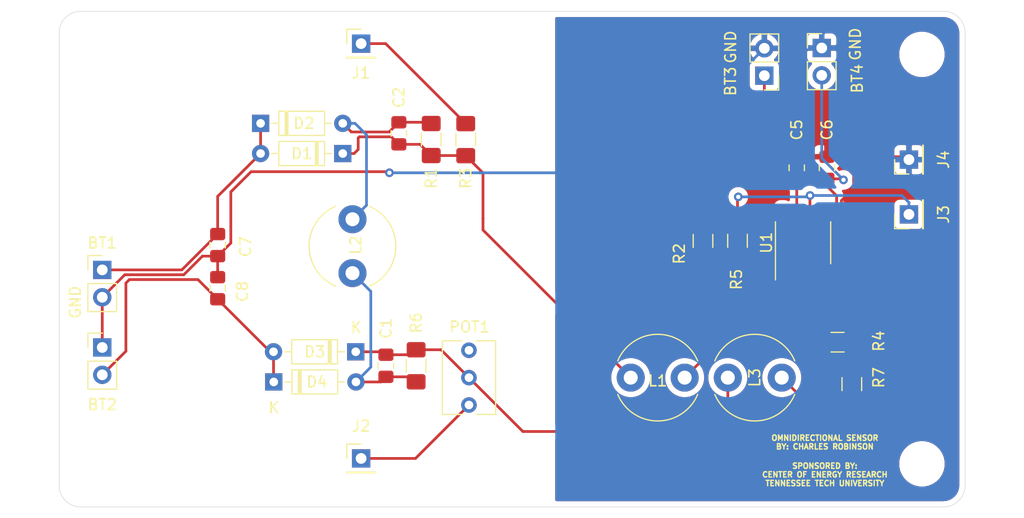
<source format=kicad_pcb>
(kicad_pcb (version 20171130) (host pcbnew "(5.1.2)-1")

  (general
    (thickness 1.6)
    (drawings 15)
    (tracks 136)
    (zones 0)
    (modules 34)
    (nets 20)
  )

  (page A4)
  (layers
    (0 F.Cu signal)
    (31 B.Cu signal)
    (32 B.Adhes user)
    (33 F.Adhes user)
    (34 B.Paste user)
    (35 F.Paste user)
    (36 B.SilkS user)
    (37 F.SilkS user)
    (38 B.Mask user)
    (39 F.Mask user)
    (40 Dwgs.User user)
    (41 Cmts.User user)
    (42 Eco1.User user)
    (43 Eco2.User user)
    (44 Edge.Cuts user)
    (45 Margin user)
    (46 B.CrtYd user)
    (47 F.CrtYd user)
    (48 B.Fab user)
    (49 F.Fab user)
  )

  (setup
    (last_trace_width 0.25)
    (trace_clearance 0.2)
    (zone_clearance 0.508)
    (zone_45_only no)
    (trace_min 0.1524)
    (via_size 0.8)
    (via_drill 0.4)
    (via_min_size 0.6858)
    (via_min_drill 0.3302)
    (uvia_size 0.3)
    (uvia_drill 0.1)
    (uvias_allowed no)
    (uvia_min_size 0.2)
    (uvia_min_drill 0.1)
    (edge_width 0.05)
    (segment_width 0.2)
    (pcb_text_width 0.3)
    (pcb_text_size 1.5 1.5)
    (mod_edge_width 0.12)
    (mod_text_size 1 1)
    (mod_text_width 0.15)
    (pad_size 1.524 1.524)
    (pad_drill 0.762)
    (pad_to_mask_clearance 0.051)
    (solder_mask_min_width 0.25)
    (aux_axis_origin 0 0)
    (visible_elements 7FFFFFFF)
    (pcbplotparams
      (layerselection 0x010fc_ffffffff)
      (usegerberextensions false)
      (usegerberattributes false)
      (usegerberadvancedattributes false)
      (creategerberjobfile false)
      (excludeedgelayer true)
      (linewidth 0.100000)
      (plotframeref false)
      (viasonmask false)
      (mode 1)
      (useauxorigin false)
      (hpglpennumber 1)
      (hpglpenspeed 20)
      (hpglpendiameter 15.000000)
      (psnegative false)
      (psa4output false)
      (plotreference true)
      (plotvalue true)
      (plotinvisibletext false)
      (padsonsilk false)
      (subtractmaskfromsilk false)
      (outputformat 1)
      (mirror false)
      (drillshape 1)
      (scaleselection 1)
      (outputdirectory ""))
  )

  (net 0 "")
  (net 1 /FGN1)
  (net 2 GND)
  (net 3 /OPV+)
  (net 4 "Net-(C1-Pad2)")
  (net 5 "Net-(C1-Pad1)")
  (net 6 "Net-(C2-Pad2)")
  (net 7 "Net-(C2-Pad1)")
  (net 8 /FGN2)
  (net 9 /OPV-)
  (net 10 "Net-(J1-Pad1)")
  (net 11 "Net-(J2-Pad1)")
  (net 12 "Net-(J3-Pad1)")
  (net 13 "Net-(L1-Pad2)")
  (net 14 "Net-(L3-Pad2)")
  (net 15 "Net-(R2-Pad1)")
  (net 16 "Net-(R4-Pad1)")
  (net 17 "Net-(U1-Pad8)")
  (net 18 "Net-(U1-Pad5)")
  (net 19 "Net-(U1-Pad1)")

  (net_class Default "This is the default net class."
    (clearance 0.2)
    (trace_width 0.25)
    (via_dia 0.8)
    (via_drill 0.4)
    (uvia_dia 0.3)
    (uvia_drill 0.1)
    (add_net /FGN1)
    (add_net /FGN2)
    (add_net /OPV+)
    (add_net /OPV-)
    (add_net GND)
    (add_net "Net-(C1-Pad1)")
    (add_net "Net-(C1-Pad2)")
    (add_net "Net-(C2-Pad1)")
    (add_net "Net-(C2-Pad2)")
    (add_net "Net-(J1-Pad1)")
    (add_net "Net-(J2-Pad1)")
    (add_net "Net-(J3-Pad1)")
    (add_net "Net-(L1-Pad2)")
    (add_net "Net-(L3-Pad2)")
    (add_net "Net-(R2-Pad1)")
    (add_net "Net-(R4-Pad1)")
    (add_net "Net-(U1-Pad1)")
    (add_net "Net-(U1-Pad5)")
    (add_net "Net-(U1-Pad8)")
  )

  (module Resistor_SMD:R_1206_3216Metric_Pad1.42x1.75mm_HandSolder (layer F.Cu) (tedit 5B301BBD) (tstamp 5CE66192)
    (at 157.7 83.3125 270)
    (descr "Resistor SMD 1206 (3216 Metric), square (rectangular) end terminal, IPC_7351 nominal with elongated pad for handsoldering. (Body size source: http://www.tortai-tech.com/upload/download/2011102023233369053.pdf), generated with kicad-footprint-generator")
    (tags "resistor handsolder")
    (path /5CE4CD4D)
    (attr smd)
    (fp_text reference R2 (at 1.1875 2.2 90) (layer F.SilkS)
      (effects (font (size 1 1) (thickness 0.15)))
    )
    (fp_text value R (at 0 1.82 90) (layer F.Fab)
      (effects (font (size 1 1) (thickness 0.15)))
    )
    (fp_text user %R (at 0 0 90) (layer F.Fab)
      (effects (font (size 0.8 0.8) (thickness 0.12)))
    )
    (fp_line (start 2.45 1.12) (end -2.45 1.12) (layer F.CrtYd) (width 0.05))
    (fp_line (start 2.45 -1.12) (end 2.45 1.12) (layer F.CrtYd) (width 0.05))
    (fp_line (start -2.45 -1.12) (end 2.45 -1.12) (layer F.CrtYd) (width 0.05))
    (fp_line (start -2.45 1.12) (end -2.45 -1.12) (layer F.CrtYd) (width 0.05))
    (fp_line (start -0.602064 0.91) (end 0.602064 0.91) (layer F.SilkS) (width 0.12))
    (fp_line (start -0.602064 -0.91) (end 0.602064 -0.91) (layer F.SilkS) (width 0.12))
    (fp_line (start 1.6 0.8) (end -1.6 0.8) (layer F.Fab) (width 0.1))
    (fp_line (start 1.6 -0.8) (end 1.6 0.8) (layer F.Fab) (width 0.1))
    (fp_line (start -1.6 -0.8) (end 1.6 -0.8) (layer F.Fab) (width 0.1))
    (fp_line (start -1.6 0.8) (end -1.6 -0.8) (layer F.Fab) (width 0.1))
    (pad 2 smd roundrect (at 1.4875 0 270) (size 1.425 1.75) (layers F.Cu F.Paste F.Mask) (roundrect_rratio 0.175439)
      (net 13 "Net-(L1-Pad2)"))
    (pad 1 smd roundrect (at -1.4875 0 270) (size 1.425 1.75) (layers F.Cu F.Paste F.Mask) (roundrect_rratio 0.175439)
      (net 15 "Net-(R2-Pad1)"))
    (model ${KISYS3DMOD}/Resistor_SMD.3dshapes/R_1206_3216Metric.wrl
      (at (xyz 0 0 0))
      (scale (xyz 1 1 1))
      (rotate (xyz 0 0 0))
    )
  )

  (module Capacitor_SMD:C_0805_2012Metric_Pad1.15x1.40mm_HandSolder (layer F.Cu) (tedit 5B36C52B) (tstamp 5CE63466)
    (at 128.3 94.9 270)
    (descr "Capacitor SMD 0805 (2012 Metric), square (rectangular) end terminal, IPC_7351 nominal with elongated pad for handsoldering. (Body size source: https://docs.google.com/spreadsheets/d/1BsfQQcO9C6DZCsRaXUlFlo91Tg2WpOkGARC1WS5S8t0/edit?usp=sharing), generated with kicad-footprint-generator")
    (tags "capacitor handsolder")
    (path /5CE9319A)
    (attr smd)
    (fp_text reference C1 (at -3.475 0 90) (layer F.SilkS)
      (effects (font (size 1 1) (thickness 0.15)))
    )
    (fp_text value C (at 0 0.1 90) (layer F.Fab)
      (effects (font (size 1 1) (thickness 0.15)))
    )
    (fp_text user %R (at 0 0 90) (layer F.Fab)
      (effects (font (size 0.5 0.5) (thickness 0.08)))
    )
    (fp_line (start 1.85 0.95) (end -1.85 0.95) (layer F.CrtYd) (width 0.05))
    (fp_line (start 1.85 -0.95) (end 1.85 0.95) (layer F.CrtYd) (width 0.05))
    (fp_line (start -1.85 -0.95) (end 1.85 -0.95) (layer F.CrtYd) (width 0.05))
    (fp_line (start -1.85 0.95) (end -1.85 -0.95) (layer F.CrtYd) (width 0.05))
    (fp_line (start -0.261252 0.71) (end 0.261252 0.71) (layer F.SilkS) (width 0.12))
    (fp_line (start -0.261252 -0.71) (end 0.261252 -0.71) (layer F.SilkS) (width 0.12))
    (fp_line (start 1 0.6) (end -1 0.6) (layer F.Fab) (width 0.1))
    (fp_line (start 1 -0.6) (end 1 0.6) (layer F.Fab) (width 0.1))
    (fp_line (start -1 -0.6) (end 1 -0.6) (layer F.Fab) (width 0.1))
    (fp_line (start -1 0.6) (end -1 -0.6) (layer F.Fab) (width 0.1))
    (pad 2 smd roundrect (at 1.025 0 270) (size 1.15 1.4) (layers F.Cu F.Paste F.Mask) (roundrect_rratio 0.217391)
      (net 4 "Net-(C1-Pad2)"))
    (pad 1 smd roundrect (at -1.025 0 270) (size 1.15 1.4) (layers F.Cu F.Paste F.Mask) (roundrect_rratio 0.217391)
      (net 5 "Net-(C1-Pad1)"))
    (model ${KISYS3DMOD}/Capacitor_SMD.3dshapes/C_0805_2012Metric.wrl
      (at (xyz 0 0 0))
      (scale (xyz 1 1 1))
      (rotate (xyz 0 0 0))
    )
  )

  (module Resistor_SMD:R_1206_3216Metric_Pad1.42x1.75mm_HandSolder (layer F.Cu) (tedit 5B301BBD) (tstamp 5CE632F8)
    (at 131.1 94.9 270)
    (descr "Resistor SMD 1206 (3216 Metric), square (rectangular) end terminal, IPC_7351 nominal with elongated pad for handsoldering. (Body size source: http://www.tortai-tech.com/upload/download/2011102023233369053.pdf), generated with kicad-footprint-generator")
    (tags "resistor handsolder")
    (path /5CE931A0)
    (attr smd)
    (fp_text reference R6 (at -3.9875 0 270) (layer F.SilkS)
      (effects (font (size 1 1) (thickness 0.15)))
    )
    (fp_text value R (at 0 1.82 90) (layer F.Fab)
      (effects (font (size 1 1) (thickness 0.15)))
    )
    (fp_text user %R (at 0 0 90) (layer F.Fab)
      (effects (font (size 0.8 0.8) (thickness 0.12)))
    )
    (fp_line (start 2.45 1.12) (end -2.45 1.12) (layer F.CrtYd) (width 0.05))
    (fp_line (start 2.45 -1.12) (end 2.45 1.12) (layer F.CrtYd) (width 0.05))
    (fp_line (start -2.45 -1.12) (end 2.45 -1.12) (layer F.CrtYd) (width 0.05))
    (fp_line (start -2.45 1.12) (end -2.45 -1.12) (layer F.CrtYd) (width 0.05))
    (fp_line (start -0.602064 0.91) (end 0.602064 0.91) (layer F.SilkS) (width 0.12))
    (fp_line (start -0.602064 -0.91) (end 0.602064 -0.91) (layer F.SilkS) (width 0.12))
    (fp_line (start 1.6 0.8) (end -1.6 0.8) (layer F.Fab) (width 0.1))
    (fp_line (start 1.6 -0.8) (end 1.6 0.8) (layer F.Fab) (width 0.1))
    (fp_line (start -1.6 -0.8) (end 1.6 -0.8) (layer F.Fab) (width 0.1))
    (fp_line (start -1.6 0.8) (end -1.6 -0.8) (layer F.Fab) (width 0.1))
    (pad 2 smd roundrect (at 1.4875 0 270) (size 1.425 1.75) (layers F.Cu F.Paste F.Mask) (roundrect_rratio 0.175439)
      (net 4 "Net-(C1-Pad2)"))
    (pad 1 smd roundrect (at -1.4875 0 270) (size 1.425 1.75) (layers F.Cu F.Paste F.Mask) (roundrect_rratio 0.175439)
      (net 5 "Net-(C1-Pad1)"))
    (model ${KISYS3DMOD}/Resistor_SMD.3dshapes/R_1206_3216Metric.wrl
      (at (xyz 0 0 0))
      (scale (xyz 1 1 1))
      (rotate (xyz 0 0 0))
    )
  )

  (module Potentiometer_THT:Potentiometer_Vishay_T73XW_Horizontal (layer F.Cu) (tedit 5A3D4993) (tstamp 5CE5C664)
    (at 136 98.54 180)
    (descr "Potentiometer, horizontal, Vishay T73XW, http://www.vishay.com/docs/51016/t73.pdf")
    (tags "Potentiometer horizontal Vishay T73XW")
    (path /5CF0F8A1)
    (fp_text reference POT1 (at -0.04428 7.24308) (layer F.SilkS)
      (effects (font (size 1 1) (thickness 0.15)))
    )
    (fp_text value R_Variable_US (at 0 7.09) (layer F.Fab)
      (effects (font (size 1 1) (thickness 0.15)))
    )
    (fp_text user %R (at 0 2.54) (layer F.Fab)
      (effects (font (size 1 1) (thickness 0.15)))
    )
    (fp_line (start 2.6 -1.05) (end -2.6 -1.05) (layer F.CrtYd) (width 0.05))
    (fp_line (start 2.6 6.1) (end 2.6 -1.05) (layer F.CrtYd) (width 0.05))
    (fp_line (start -2.6 6.1) (end 2.6 6.1) (layer F.CrtYd) (width 0.05))
    (fp_line (start -2.6 -1.05) (end -2.6 6.1) (layer F.CrtYd) (width 0.05))
    (fp_line (start -2.47 -0.88) (end -2.47 5.96) (layer F.SilkS) (width 0.12))
    (fp_line (start 2.47 -0.88) (end 2.47 5.96) (layer F.SilkS) (width 0.12))
    (fp_line (start 0.65 5.96) (end 2.47 5.96) (layer F.SilkS) (width 0.12))
    (fp_line (start -2.47 5.96) (end -0.65 5.96) (layer F.SilkS) (width 0.12))
    (fp_line (start 0.65 -0.88) (end 2.47 -0.88) (layer F.SilkS) (width 0.12))
    (fp_line (start -2.47 -0.88) (end -0.65 -0.88) (layer F.SilkS) (width 0.12))
    (fp_line (start -2.35 -0.76) (end 2.35 -0.76) (layer F.Fab) (width 0.1))
    (fp_line (start -2.35 5.84) (end -2.35 -0.76) (layer F.Fab) (width 0.1))
    (fp_line (start 2.35 5.84) (end -2.35 5.84) (layer F.Fab) (width 0.1))
    (fp_line (start 2.35 -0.76) (end 2.35 5.84) (layer F.Fab) (width 0.1))
    (pad 1 thru_hole circle (at 0 0 180) (size 1.44 1.44) (drill 0.8) (layers *.Cu *.Mask)
      (net 11 "Net-(J2-Pad1)"))
    (pad 2 thru_hole circle (at 0 2.54 180) (size 1.44 1.44) (drill 0.8) (layers *.Cu *.Mask)
      (net 5 "Net-(C1-Pad1)"))
    (pad 3 thru_hole circle (at 0 5.08 180) (size 1.44 1.44) (drill 0.8) (layers *.Cu *.Mask))
    (model ${KISYS3DMOD}/Potentiometer_THT.3dshapes/Potentiometer_Vishay_T73XW_Horizontal.wrl
      (at (xyz 0 0 0))
      (scale (xyz 1 1 1))
      (rotate (xyz 0 0 0))
    )
  )

  (module MountingHole:MountingHole_3.2mm_M3 (layer F.Cu) (tedit 56D1B4CB) (tstamp 5CE62D06)
    (at 178 104)
    (descr "Mounting Hole 3.2mm, no annular, M3")
    (tags "mounting hole 3.2mm no annular m3")
    (attr virtual)
    (fp_text reference REF** (at 0 -4.2) (layer F.Fab)
      (effects (font (size 1 1) (thickness 0.15)))
    )
    (fp_text value MountingHole_3.2mm_M3 (at 0 4.2) (layer F.Fab)
      (effects (font (size 1 1) (thickness 0.15)))
    )
    (fp_circle (center 0 0) (end 3.45 0) (layer F.CrtYd) (width 0.05))
    (fp_circle (center 0 0) (end 3.2 0) (layer Cmts.User) (width 0.15))
    (fp_text user %R (at 0.3 0) (layer F.Fab)
      (effects (font (size 1 1) (thickness 0.15)))
    )
    (pad 1 np_thru_hole circle (at 0 0) (size 3.2 3.2) (drill 3.2) (layers *.Cu *.Mask))
  )

  (module MountingHole:MountingHole_3.2mm_M3 (layer F.Cu) (tedit 56D1B4CB) (tstamp 5CE6FD74)
    (at 178 66)
    (descr "Mounting Hole 3.2mm, no annular, M3")
    (tags "mounting hole 3.2mm no annular m3")
    (attr virtual)
    (fp_text reference REF** (at 0 -4.2) (layer F.Fab)
      (effects (font (size 1 1) (thickness 0.15)))
    )
    (fp_text value MountingHole_3.2mm_M3 (at 0 4.2) (layer F.Fab)
      (effects (font (size 1 1) (thickness 0.15)))
    )
    (fp_circle (center 0 0) (end 3.45 0) (layer F.CrtYd) (width 0.05))
    (fp_circle (center 0 0) (end 3.2 0) (layer Cmts.User) (width 0.15))
    (fp_text user %R (at 0.3 0) (layer F.Fab)
      (effects (font (size 1 1) (thickness 0.15)))
    )
    (pad 1 np_thru_hole circle (at 0 0) (size 3.2 3.2) (drill 3.2) (layers *.Cu *.Mask))
  )

  (module MountingHole:MountingHole_3.2mm_M3 (layer F.Cu) (tedit 56D1B4CB) (tstamp 5CE63DD3)
    (at 102 66)
    (descr "Mounting Hole 3.2mm, no annular, M3")
    (tags "mounting hole 3.2mm no annular m3")
    (attr virtual)
    (fp_text reference REF** (at 0 -4.2) (layer F.Fab)
      (effects (font (size 1 1) (thickness 0.15)))
    )
    (fp_text value MountingHole_3.2mm_M3 (at 0 4.2) (layer F.Fab)
      (effects (font (size 1 1) (thickness 0.15)))
    )
    (fp_text user %R (at 0.3 0) (layer F.Fab)
      (effects (font (size 1 1) (thickness 0.15)))
    )
    (fp_circle (center 0 0) (end 3.2 0) (layer Cmts.User) (width 0.15))
    (fp_circle (center 0 0) (end 3.45 0) (layer F.CrtYd) (width 0.05))
    (pad 1 np_thru_hole circle (at 0 0) (size 3.2 3.2) (drill 3.2) (layers *.Cu *.Mask))
  )

  (module MountingHole:MountingHole_3.2mm_M3 (layer F.Cu) (tedit 56D1B4CB) (tstamp 5CE62C64)
    (at 102 104)
    (descr "Mounting Hole 3.2mm, no annular, M3")
    (tags "mounting hole 3.2mm no annular m3")
    (attr virtual)
    (fp_text reference REF** (at 0 -4.2) (layer F.Fab)
      (effects (font (size 1 1) (thickness 0.15)))
    )
    (fp_text value MountingHole_3.2mm_M3 (at 0 4.2) (layer F.Fab)
      (effects (font (size 1 1) (thickness 0.15)))
    )
    (fp_circle (center 0 0) (end 3.45 0) (layer F.CrtYd) (width 0.05))
    (fp_circle (center 0 0) (end 3.2 0) (layer Cmts.User) (width 0.15))
    (fp_text user %R (at 0.3 0) (layer F.Fab)
      (effects (font (size 1 1) (thickness 0.15)))
    )
    (pad 1 np_thru_hole circle (at 0 0) (size 3.2 3.2) (drill 3.2) (layers *.Cu *.Mask))
  )

  (module Package_SO:SOIC-8_3.9x4.9mm_P1.27mm (layer F.Cu) (tedit 5C97300E) (tstamp 5CE5C6F5)
    (at 166.9788 83.4806 90)
    (descr "SOIC, 8 Pin (JEDEC MS-012AA, https://www.analog.com/media/en/package-pcb-resources/package/pkg_pdf/soic_narrow-r/r_8.pdf), generated with kicad-footprint-generator ipc_gullwing_generator.py")
    (tags "SOIC SO")
    (path /5CE482E9)
    (attr smd)
    (fp_text reference U1 (at 0 -3.4 90) (layer F.SilkS)
      (effects (font (size 1 1) (thickness 0.15)))
    )
    (fp_text value AD8014 (at 0 3.4 90) (layer F.Fab)
      (effects (font (size 1 1) (thickness 0.15)))
    )
    (fp_text user %R (at 0 0 90) (layer F.Fab)
      (effects (font (size 0.98 0.98) (thickness 0.15)))
    )
    (fp_line (start 3.7 -2.7) (end -3.7 -2.7) (layer F.CrtYd) (width 0.05))
    (fp_line (start 3.7 2.7) (end 3.7 -2.7) (layer F.CrtYd) (width 0.05))
    (fp_line (start -3.7 2.7) (end 3.7 2.7) (layer F.CrtYd) (width 0.05))
    (fp_line (start -3.7 -2.7) (end -3.7 2.7) (layer F.CrtYd) (width 0.05))
    (fp_line (start -1.95 -1.475) (end -0.975 -2.45) (layer F.Fab) (width 0.1))
    (fp_line (start -1.95 2.45) (end -1.95 -1.475) (layer F.Fab) (width 0.1))
    (fp_line (start 1.95 2.45) (end -1.95 2.45) (layer F.Fab) (width 0.1))
    (fp_line (start 1.95 -2.45) (end 1.95 2.45) (layer F.Fab) (width 0.1))
    (fp_line (start -0.975 -2.45) (end 1.95 -2.45) (layer F.Fab) (width 0.1))
    (fp_line (start 0 -2.56) (end -3.45 -2.56) (layer F.SilkS) (width 0.12))
    (fp_line (start 0 -2.56) (end 1.95 -2.56) (layer F.SilkS) (width 0.12))
    (fp_line (start 0 2.56) (end -1.95 2.56) (layer F.SilkS) (width 0.12))
    (fp_line (start 0 2.56) (end 1.95 2.56) (layer F.SilkS) (width 0.12))
    (pad 8 smd roundrect (at 2.475 -1.905 90) (size 1.95 0.6) (layers F.Cu F.Paste F.Mask) (roundrect_rratio 0.25)
      (net 17 "Net-(U1-Pad8)"))
    (pad 7 smd roundrect (at 2.475 -0.635 90) (size 1.95 0.6) (layers F.Cu F.Paste F.Mask) (roundrect_rratio 0.25)
      (net 3 /OPV+))
    (pad 6 smd roundrect (at 2.475 0.635 90) (size 1.95 0.6) (layers F.Cu F.Paste F.Mask) (roundrect_rratio 0.25)
      (net 12 "Net-(J3-Pad1)"))
    (pad 5 smd roundrect (at 2.475 1.905 90) (size 1.95 0.6) (layers F.Cu F.Paste F.Mask) (roundrect_rratio 0.25)
      (net 18 "Net-(U1-Pad5)"))
    (pad 4 smd roundrect (at -2.475 1.905 90) (size 1.95 0.6) (layers F.Cu F.Paste F.Mask) (roundrect_rratio 0.25)
      (net 9 /OPV-))
    (pad 3 smd roundrect (at -2.475 0.635 90) (size 1.95 0.6) (layers F.Cu F.Paste F.Mask) (roundrect_rratio 0.25)
      (net 16 "Net-(R4-Pad1)"))
    (pad 2 smd roundrect (at -2.475 -0.635 90) (size 1.95 0.6) (layers F.Cu F.Paste F.Mask) (roundrect_rratio 0.25)
      (net 15 "Net-(R2-Pad1)"))
    (pad 1 smd roundrect (at -2.475 -1.905 90) (size 1.95 0.6) (layers F.Cu F.Paste F.Mask) (roundrect_rratio 0.25)
      (net 19 "Net-(U1-Pad1)"))
    (model ${KISYS3DMOD}/Package_SO.3dshapes/SOIC-8_3.9x4.9mm_P1.27mm.wrl
      (at (xyz 0 0 0))
      (scale (xyz 1 1 1))
      (rotate (xyz 0 0 0))
    )
  )

  (module Resistor_SMD:R_1206_3216Metric_Pad1.42x1.75mm_HandSolder (layer F.Cu) (tedit 5B301BBD) (tstamp 5CE5C6DB)
    (at 171.5 96.6 270)
    (descr "Resistor SMD 1206 (3216 Metric), square (rectangular) end terminal, IPC_7351 nominal with elongated pad for handsoldering. (Body size source: http://www.tortai-tech.com/upload/download/2011102023233369053.pdf), generated with kicad-footprint-generator")
    (tags "resistor handsolder")
    (path /5CE9EC9E)
    (attr smd)
    (fp_text reference R7 (at -0.6 -2.5 90) (layer F.SilkS)
      (effects (font (size 1 1) (thickness 0.15)))
    )
    (fp_text value R (at 0 1.82 90) (layer F.Fab)
      (effects (font (size 1 1) (thickness 0.15)))
    )
    (fp_text user %R (at 0 0 90) (layer F.Fab)
      (effects (font (size 0.8 0.8) (thickness 0.12)))
    )
    (fp_line (start 2.45 1.12) (end -2.45 1.12) (layer F.CrtYd) (width 0.05))
    (fp_line (start 2.45 -1.12) (end 2.45 1.12) (layer F.CrtYd) (width 0.05))
    (fp_line (start -2.45 -1.12) (end 2.45 -1.12) (layer F.CrtYd) (width 0.05))
    (fp_line (start -2.45 1.12) (end -2.45 -1.12) (layer F.CrtYd) (width 0.05))
    (fp_line (start -0.602064 0.91) (end 0.602064 0.91) (layer F.SilkS) (width 0.12))
    (fp_line (start -0.602064 -0.91) (end 0.602064 -0.91) (layer F.SilkS) (width 0.12))
    (fp_line (start 1.6 0.8) (end -1.6 0.8) (layer F.Fab) (width 0.1))
    (fp_line (start 1.6 -0.8) (end 1.6 0.8) (layer F.Fab) (width 0.1))
    (fp_line (start -1.6 -0.8) (end 1.6 -0.8) (layer F.Fab) (width 0.1))
    (fp_line (start -1.6 0.8) (end -1.6 -0.8) (layer F.Fab) (width 0.1))
    (pad 2 smd roundrect (at 1.4875 0 270) (size 1.425 1.75) (layers F.Cu F.Paste F.Mask) (roundrect_rratio 0.175439)
      (net 14 "Net-(L3-Pad2)"))
    (pad 1 smd roundrect (at -1.4875 0 270) (size 1.425 1.75) (layers F.Cu F.Paste F.Mask) (roundrect_rratio 0.175439)
      (net 16 "Net-(R4-Pad1)"))
    (model ${KISYS3DMOD}/Resistor_SMD.3dshapes/R_1206_3216Metric.wrl
      (at (xyz 0 0 0))
      (scale (xyz 1 1 1))
      (rotate (xyz 0 0 0))
    )
  )

  (module Resistor_SMD:R_1206_3216Metric_Pad1.42x1.75mm_HandSolder (layer F.Cu) (tedit 5B301BBD) (tstamp 5CE637DF)
    (at 160.9 83.3 270)
    (descr "Resistor SMD 1206 (3216 Metric), square (rectangular) end terminal, IPC_7351 nominal with elongated pad for handsoldering. (Body size source: http://www.tortai-tech.com/upload/download/2011102023233369053.pdf), generated with kicad-footprint-generator")
    (tags "resistor handsolder")
    (path /5CE57DB2)
    (attr smd)
    (fp_text reference R5 (at 3.5875 0.1 90) (layer F.SilkS)
      (effects (font (size 1 1) (thickness 0.15)))
    )
    (fp_text value R (at 0 1.82 90) (layer F.Fab)
      (effects (font (size 1 1) (thickness 0.15)))
    )
    (fp_text user %R (at 0 0 90) (layer F.Fab)
      (effects (font (size 0.8 0.8) (thickness 0.12)))
    )
    (fp_line (start 2.45 1.12) (end -2.45 1.12) (layer F.CrtYd) (width 0.05))
    (fp_line (start 2.45 -1.12) (end 2.45 1.12) (layer F.CrtYd) (width 0.05))
    (fp_line (start -2.45 -1.12) (end 2.45 -1.12) (layer F.CrtYd) (width 0.05))
    (fp_line (start -2.45 1.12) (end -2.45 -1.12) (layer F.CrtYd) (width 0.05))
    (fp_line (start -0.602064 0.91) (end 0.602064 0.91) (layer F.SilkS) (width 0.12))
    (fp_line (start -0.602064 -0.91) (end 0.602064 -0.91) (layer F.SilkS) (width 0.12))
    (fp_line (start 1.6 0.8) (end -1.6 0.8) (layer F.Fab) (width 0.1))
    (fp_line (start 1.6 -0.8) (end 1.6 0.8) (layer F.Fab) (width 0.1))
    (fp_line (start -1.6 -0.8) (end 1.6 -0.8) (layer F.Fab) (width 0.1))
    (fp_line (start -1.6 0.8) (end -1.6 -0.8) (layer F.Fab) (width 0.1))
    (pad 2 smd roundrect (at 1.4875 0 270) (size 1.425 1.75) (layers F.Cu F.Paste F.Mask) (roundrect_rratio 0.175439)
      (net 15 "Net-(R2-Pad1)"))
    (pad 1 smd roundrect (at -1.4875 0 270) (size 1.425 1.75) (layers F.Cu F.Paste F.Mask) (roundrect_rratio 0.175439)
      (net 12 "Net-(J3-Pad1)"))
    (model ${KISYS3DMOD}/Resistor_SMD.3dshapes/R_1206_3216Metric.wrl
      (at (xyz 0 0 0))
      (scale (xyz 1 1 1))
      (rotate (xyz 0 0 0))
    )
  )

  (module Resistor_SMD:R_1206_3216Metric_Pad1.42x1.75mm_HandSolder (layer F.Cu) (tedit 5B301BBD) (tstamp 5CE5D54B)
    (at 170.1769 92.71)
    (descr "Resistor SMD 1206 (3216 Metric), square (rectangular) end terminal, IPC_7351 nominal with elongated pad for handsoldering. (Body size source: http://www.tortai-tech.com/upload/download/2011102023233369053.pdf), generated with kicad-footprint-generator")
    (tags "resistor handsolder")
    (path /5CE4EA26)
    (attr smd)
    (fp_text reference R4 (at 3.8231 -0.1016 270) (layer F.SilkS)
      (effects (font (size 1 1) (thickness 0.15)))
    )
    (fp_text value R (at 0 1.82) (layer F.Fab)
      (effects (font (size 1 1) (thickness 0.15)))
    )
    (fp_text user %R (at 0 0) (layer F.Fab)
      (effects (font (size 0.8 0.8) (thickness 0.12)))
    )
    (fp_line (start 2.45 1.12) (end -2.45 1.12) (layer F.CrtYd) (width 0.05))
    (fp_line (start 2.45 -1.12) (end 2.45 1.12) (layer F.CrtYd) (width 0.05))
    (fp_line (start -2.45 -1.12) (end 2.45 -1.12) (layer F.CrtYd) (width 0.05))
    (fp_line (start -2.45 1.12) (end -2.45 -1.12) (layer F.CrtYd) (width 0.05))
    (fp_line (start -0.602064 0.91) (end 0.602064 0.91) (layer F.SilkS) (width 0.12))
    (fp_line (start -0.602064 -0.91) (end 0.602064 -0.91) (layer F.SilkS) (width 0.12))
    (fp_line (start 1.6 0.8) (end -1.6 0.8) (layer F.Fab) (width 0.1))
    (fp_line (start 1.6 -0.8) (end 1.6 0.8) (layer F.Fab) (width 0.1))
    (fp_line (start -1.6 -0.8) (end 1.6 -0.8) (layer F.Fab) (width 0.1))
    (fp_line (start -1.6 0.8) (end -1.6 -0.8) (layer F.Fab) (width 0.1))
    (pad 2 smd roundrect (at 1.4875 0) (size 1.425 1.75) (layers F.Cu F.Paste F.Mask) (roundrect_rratio 0.175439)
      (net 2 GND))
    (pad 1 smd roundrect (at -1.4875 0) (size 1.425 1.75) (layers F.Cu F.Paste F.Mask) (roundrect_rratio 0.175439)
      (net 16 "Net-(R4-Pad1)"))
    (model ${KISYS3DMOD}/Resistor_SMD.3dshapes/R_1206_3216Metric.wrl
      (at (xyz 0 0 0))
      (scale (xyz 1 1 1))
      (rotate (xyz 0 0 0))
    )
  )

  (module Resistor_SMD:R_1206_3216Metric_Pad1.42x1.75mm_HandSolder (layer F.Cu) (tedit 5B301BBD) (tstamp 5CE672F1)
    (at 135.7 73.9125 270)
    (descr "Resistor SMD 1206 (3216 Metric), square (rectangular) end terminal, IPC_7351 nominal with elongated pad for handsoldering. (Body size source: http://www.tortai-tech.com/upload/download/2011102023233369053.pdf), generated with kicad-footprint-generator")
    (tags "resistor handsolder")
    (path /5CE4DB3E)
    (attr smd)
    (fp_text reference R3 (at 3.5875 0 90) (layer F.SilkS)
      (effects (font (size 1 1) (thickness 0.15)))
    )
    (fp_text value R (at 0 1.82 90) (layer F.Fab)
      (effects (font (size 1 1) (thickness 0.15)))
    )
    (fp_text user %R (at 0 0 90) (layer F.Fab)
      (effects (font (size 0.8 0.8) (thickness 0.12)))
    )
    (fp_line (start 2.45 1.12) (end -2.45 1.12) (layer F.CrtYd) (width 0.05))
    (fp_line (start 2.45 -1.12) (end 2.45 1.12) (layer F.CrtYd) (width 0.05))
    (fp_line (start -2.45 -1.12) (end 2.45 -1.12) (layer F.CrtYd) (width 0.05))
    (fp_line (start -2.45 1.12) (end -2.45 -1.12) (layer F.CrtYd) (width 0.05))
    (fp_line (start -0.602064 0.91) (end 0.602064 0.91) (layer F.SilkS) (width 0.12))
    (fp_line (start -0.602064 -0.91) (end 0.602064 -0.91) (layer F.SilkS) (width 0.12))
    (fp_line (start 1.6 0.8) (end -1.6 0.8) (layer F.Fab) (width 0.1))
    (fp_line (start 1.6 -0.8) (end 1.6 0.8) (layer F.Fab) (width 0.1))
    (fp_line (start -1.6 -0.8) (end 1.6 -0.8) (layer F.Fab) (width 0.1))
    (fp_line (start -1.6 0.8) (end -1.6 -0.8) (layer F.Fab) (width 0.1))
    (pad 2 smd roundrect (at 1.4875 0 270) (size 1.425 1.75) (layers F.Cu F.Paste F.Mask) (roundrect_rratio 0.175439)
      (net 7 "Net-(C2-Pad1)"))
    (pad 1 smd roundrect (at -1.4875 0 270) (size 1.425 1.75) (layers F.Cu F.Paste F.Mask) (roundrect_rratio 0.175439)
      (net 10 "Net-(J1-Pad1)"))
    (model ${KISYS3DMOD}/Resistor_SMD.3dshapes/R_1206_3216Metric.wrl
      (at (xyz 0 0 0))
      (scale (xyz 1 1 1))
      (rotate (xyz 0 0 0))
    )
  )

  (module Resistor_SMD:R_1206_3216Metric_Pad1.42x1.75mm_HandSolder (layer F.Cu) (tedit 5B301BBD) (tstamp 5CE633B2)
    (at 132.5 73.9 90)
    (descr "Resistor SMD 1206 (3216 Metric), square (rectangular) end terminal, IPC_7351 nominal with elongated pad for handsoldering. (Body size source: http://www.tortai-tech.com/upload/download/2011102023233369053.pdf), generated with kicad-footprint-generator")
    (tags "resistor handsolder")
    (path /5CE48854)
    (attr smd)
    (fp_text reference R1 (at -3.6 0 90) (layer F.SilkS)
      (effects (font (size 1 1) (thickness 0.15)))
    )
    (fp_text value R (at -0.3 0.1 90) (layer F.Fab)
      (effects (font (size 1 1) (thickness 0.15)))
    )
    (fp_text user %R (at 0 0 90) (layer F.Fab)
      (effects (font (size 0.8 0.8) (thickness 0.12)))
    )
    (fp_line (start 2.45 1.12) (end -2.45 1.12) (layer F.CrtYd) (width 0.05))
    (fp_line (start 2.45 -1.12) (end 2.45 1.12) (layer F.CrtYd) (width 0.05))
    (fp_line (start -2.45 -1.12) (end 2.45 -1.12) (layer F.CrtYd) (width 0.05))
    (fp_line (start -2.45 1.12) (end -2.45 -1.12) (layer F.CrtYd) (width 0.05))
    (fp_line (start -0.602064 0.91) (end 0.602064 0.91) (layer F.SilkS) (width 0.12))
    (fp_line (start -0.602064 -0.91) (end 0.602064 -0.91) (layer F.SilkS) (width 0.12))
    (fp_line (start 1.6 0.8) (end -1.6 0.8) (layer F.Fab) (width 0.1))
    (fp_line (start 1.6 -0.8) (end 1.6 0.8) (layer F.Fab) (width 0.1))
    (fp_line (start -1.6 -0.8) (end 1.6 -0.8) (layer F.Fab) (width 0.1))
    (fp_line (start -1.6 0.8) (end -1.6 -0.8) (layer F.Fab) (width 0.1))
    (pad 2 smd roundrect (at 1.4875 0 90) (size 1.425 1.75) (layers F.Cu F.Paste F.Mask) (roundrect_rratio 0.175439)
      (net 6 "Net-(C2-Pad2)"))
    (pad 1 smd roundrect (at -1.4875 0 90) (size 1.425 1.75) (layers F.Cu F.Paste F.Mask) (roundrect_rratio 0.175439)
      (net 7 "Net-(C2-Pad1)"))
    (model ${KISYS3DMOD}/Resistor_SMD.3dshapes/R_1206_3216Metric.wrl
      (at (xyz 0 0 0))
      (scale (xyz 1 1 1))
      (rotate (xyz 0 0 0))
    )
  )

  (module Inductor_THT:L_Radial_D7.8mm_P5.00mm_Fastron_07HCP locked (layer F.Cu) (tedit 5AE59B06) (tstamp 5CE6EF58)
    (at 160 96)
    (descr "Inductor, Radial series, Radial, pin pitch=5.00mm, , diameter=7.8mm, Fastron, 07HCP, http://www.abracon.com/Magnetics/radial/AISR875.pdf")
    (tags "Inductor Radial series Radial pin pitch 5.00mm  diameter 7.8mm Fastron 07HCP")
    (path /5CE88F45)
    (fp_text reference L3 (at 2.5 0 -90) (layer F.SilkS)
      (effects (font (size 1 1) (thickness 0.15)))
    )
    (fp_text value INDUCTOR (at 2.5 5.15 180) (layer F.Fab)
      (effects (font (size 1 1) (thickness 0.15)))
    )
    (fp_text user %R (at 2.5 0 -90) (layer F.Fab)
      (effects (font (size 1 1) (thickness 0.15)))
    )
    (fp_circle (center 2.5 0) (end 6.85 0) (layer F.CrtYd) (width 0.05))
    (fp_circle (center 2.5 0) (end 6.4 0) (layer F.Fab) (width 0.1))
    (fp_arc (start 2.5 0) (end -1.20497 1.56) (angle -134.332356) (layer F.SilkS) (width 0.12))
    (fp_arc (start 2.5 0) (end -1.20497 -1.56) (angle 134.332356) (layer F.SilkS) (width 0.12))
    (pad 2 thru_hole circle (at 5 0) (size 2.6 2.6) (drill 1.3) (layers *.Cu *.Mask)
      (net 14 "Net-(L3-Pad2)"))
    (pad 1 thru_hole circle (at 0 0) (size 2.6 2.6) (drill 1.3) (layers *.Cu *.Mask)
      (net 5 "Net-(C1-Pad1)"))
    (model ${KISYS3DMOD}/Inductor_THT.3dshapes/L_Radial_D7.8mm_P5.00mm_Fastron_07HCP.wrl
      (at (xyz 0 0 0))
      (scale (xyz 1 1 1))
      (rotate (xyz 0 0 0))
    )
  )

  (module Inductor_THT:L_Radial_D7.8mm_P5.00mm_Fastron_07HCP (layer F.Cu) (tedit 5AE59B06) (tstamp 5CE60B93)
    (at 125.2 86.3 90)
    (descr "Inductor, Radial series, Radial, pin pitch=5.00mm, , diameter=7.8mm, Fastron, 07HCP, http://www.abracon.com/Magnetics/radial/AISR875.pdf")
    (tags "Inductor Radial series Radial pin pitch 5.00mm  diameter 7.8mm Fastron 07HCP")
    (path /5CE8ABE8)
    (fp_text reference L2 (at 2.6 0.3 90) (layer F.SilkS)
      (effects (font (size 1 1) (thickness 0.15)))
    )
    (fp_text value INDUCTOR (at 2.5 5.15 90) (layer F.Fab)
      (effects (font (size 1 1) (thickness 0.15)))
    )
    (fp_text user %R (at 2.5 0 90) (layer F.Fab)
      (effects (font (size 1 1) (thickness 0.15)))
    )
    (fp_circle (center 2.5 0) (end 6.85 0) (layer F.CrtYd) (width 0.05))
    (fp_circle (center 2.5 0) (end 6.4 0) (layer F.Fab) (width 0.1))
    (fp_arc (start 2.5 0) (end -1.20497 1.56) (angle -134.332356) (layer F.SilkS) (width 0.12))
    (fp_arc (start 2.5 0) (end -1.20497 -1.56) (angle 134.332356) (layer F.SilkS) (width 0.12))
    (pad 2 thru_hole circle (at 5 0 90) (size 2.6 2.6) (drill 1.3) (layers *.Cu *.Mask)
      (net 6 "Net-(C2-Pad2)"))
    (pad 1 thru_hole circle (at 0 0 90) (size 2.6 2.6) (drill 1.3) (layers *.Cu *.Mask)
      (net 4 "Net-(C1-Pad2)"))
    (model ${KISYS3DMOD}/Inductor_THT.3dshapes/L_Radial_D7.8mm_P5.00mm_Fastron_07HCP.wrl
      (at (xyz 0 0 0))
      (scale (xyz 1 1 1))
      (rotate (xyz 0 0 0))
    )
  )

  (module Inductor_THT:L_Radial_D7.8mm_P5.00mm_Fastron_07HCP locked (layer F.Cu) (tedit 5AE59B06) (tstamp 5CE6E7EF)
    (at 151 96)
    (descr "Inductor, Radial series, Radial, pin pitch=5.00mm, , diameter=7.8mm, Fastron, 07HCP, http://www.abracon.com/Magnetics/radial/AISR875.pdf")
    (tags "Inductor Radial series Radial pin pitch 5.00mm  diameter 7.8mm Fastron 07HCP")
    (path /5CE6B809)
    (fp_text reference L1 (at 2.5 0.3) (layer F.SilkS)
      (effects (font (size 1 1) (thickness 0.15)))
    )
    (fp_text value INDUCTOR (at 2.5 5.15) (layer F.Fab)
      (effects (font (size 1 1) (thickness 0.15)))
    )
    (fp_text user %R (at 2.5 0) (layer F.Fab)
      (effects (font (size 1 1) (thickness 0.15)))
    )
    (fp_circle (center 2.5 0) (end 6.85 0) (layer F.CrtYd) (width 0.05))
    (fp_circle (center 2.5 0) (end 6.4 0) (layer F.Fab) (width 0.1))
    (fp_arc (start 2.5 0) (end -1.20497 1.56) (angle -134.332356) (layer F.SilkS) (width 0.12))
    (fp_arc (start 2.5 0) (end -1.20497 -1.56) (angle 134.332356) (layer F.SilkS) (width 0.12))
    (pad 2 thru_hole circle (at 5 0) (size 2.6 2.6) (drill 1.3) (layers *.Cu *.Mask)
      (net 13 "Net-(L1-Pad2)"))
    (pad 1 thru_hole circle (at 0 0) (size 2.6 2.6) (drill 1.3) (layers *.Cu *.Mask)
      (net 7 "Net-(C2-Pad1)"))
    (model ${KISYS3DMOD}/Inductor_THT.3dshapes/L_Radial_D7.8mm_P5.00mm_Fastron_07HCP.wrl
      (at (xyz 0 0 0))
      (scale (xyz 1 1 1))
      (rotate (xyz 0 0 0))
    )
  )

  (module Connector_PinHeader_2.54mm:PinHeader_1x01_P2.54mm_Vertical (layer F.Cu) (tedit 59FED5CC) (tstamp 5CE6EBAA)
    (at 176.7952 75.7682 90)
    (descr "Through hole straight pin header, 1x01, 2.54mm pitch, single row")
    (tags "Through hole pin header THT 1x01 2.54mm single row")
    (path /5CEB7FC6)
    (fp_text reference J4 (at 0 3.2048 90) (layer F.SilkS)
      (effects (font (size 1 1) (thickness 0.15)))
    )
    (fp_text value "- Output" (at 0 2.33 90) (layer F.Fab)
      (effects (font (size 1 1) (thickness 0.15)))
    )
    (fp_text user %R (at 0 0) (layer F.Fab)
      (effects (font (size 1 1) (thickness 0.15)))
    )
    (fp_line (start 1.8 -1.8) (end -1.8 -1.8) (layer F.CrtYd) (width 0.05))
    (fp_line (start 1.8 1.8) (end 1.8 -1.8) (layer F.CrtYd) (width 0.05))
    (fp_line (start -1.8 1.8) (end 1.8 1.8) (layer F.CrtYd) (width 0.05))
    (fp_line (start -1.8 -1.8) (end -1.8 1.8) (layer F.CrtYd) (width 0.05))
    (fp_line (start -1.33 -1.33) (end 0 -1.33) (layer F.SilkS) (width 0.12))
    (fp_line (start -1.33 0) (end -1.33 -1.33) (layer F.SilkS) (width 0.12))
    (fp_line (start -1.33 1.27) (end 1.33 1.27) (layer F.SilkS) (width 0.12))
    (fp_line (start 1.33 1.27) (end 1.33 1.33) (layer F.SilkS) (width 0.12))
    (fp_line (start -1.33 1.27) (end -1.33 1.33) (layer F.SilkS) (width 0.12))
    (fp_line (start -1.33 1.33) (end 1.33 1.33) (layer F.SilkS) (width 0.12))
    (fp_line (start -1.27 -0.635) (end -0.635 -1.27) (layer F.Fab) (width 0.1))
    (fp_line (start -1.27 1.27) (end -1.27 -0.635) (layer F.Fab) (width 0.1))
    (fp_line (start 1.27 1.27) (end -1.27 1.27) (layer F.Fab) (width 0.1))
    (fp_line (start 1.27 -1.27) (end 1.27 1.27) (layer F.Fab) (width 0.1))
    (fp_line (start -0.635 -1.27) (end 1.27 -1.27) (layer F.Fab) (width 0.1))
    (pad 1 thru_hole rect (at 0 0 90) (size 1.7 1.7) (drill 1) (layers *.Cu *.Mask)
      (net 2 GND))
    (model ${KISYS3DMOD}/Connector_PinHeader_2.54mm.3dshapes/PinHeader_1x01_P2.54mm_Vertical.wrl
      (at (xyz 0 0 0))
      (scale (xyz 1 1 1))
      (rotate (xyz 0 0 0))
    )
  )

  (module Connector_PinHeader_2.54mm:PinHeader_1x01_P2.54mm_Vertical (layer F.Cu) (tedit 59FED5CC) (tstamp 5CE65C3E)
    (at 176.7952 80.8482 90)
    (descr "Through hole straight pin header, 1x01, 2.54mm pitch, single row")
    (tags "Through hole pin header THT 1x01 2.54mm single row")
    (path /5CEB39DD)
    (fp_text reference J3 (at 0 3.2048 90) (layer F.SilkS)
      (effects (font (size 1 1) (thickness 0.15)))
    )
    (fp_text value "+ Output" (at 0 2.33 90) (layer F.Fab)
      (effects (font (size 1 1) (thickness 0.15)))
    )
    (fp_text user %R (at 0 0) (layer F.Fab)
      (effects (font (size 1 1) (thickness 0.15)))
    )
    (fp_line (start 1.8 -1.8) (end -1.8 -1.8) (layer F.CrtYd) (width 0.05))
    (fp_line (start 1.8 1.8) (end 1.8 -1.8) (layer F.CrtYd) (width 0.05))
    (fp_line (start -1.8 1.8) (end 1.8 1.8) (layer F.CrtYd) (width 0.05))
    (fp_line (start -1.8 -1.8) (end -1.8 1.8) (layer F.CrtYd) (width 0.05))
    (fp_line (start -1.33 -1.33) (end 0 -1.33) (layer F.SilkS) (width 0.12))
    (fp_line (start -1.33 0) (end -1.33 -1.33) (layer F.SilkS) (width 0.12))
    (fp_line (start -1.33 1.27) (end 1.33 1.27) (layer F.SilkS) (width 0.12))
    (fp_line (start 1.33 1.27) (end 1.33 1.33) (layer F.SilkS) (width 0.12))
    (fp_line (start -1.33 1.27) (end -1.33 1.33) (layer F.SilkS) (width 0.12))
    (fp_line (start -1.33 1.33) (end 1.33 1.33) (layer F.SilkS) (width 0.12))
    (fp_line (start -1.27 -0.635) (end -0.635 -1.27) (layer F.Fab) (width 0.1))
    (fp_line (start -1.27 1.27) (end -1.27 -0.635) (layer F.Fab) (width 0.1))
    (fp_line (start 1.27 1.27) (end -1.27 1.27) (layer F.Fab) (width 0.1))
    (fp_line (start 1.27 -1.27) (end 1.27 1.27) (layer F.Fab) (width 0.1))
    (fp_line (start -0.635 -1.27) (end 1.27 -1.27) (layer F.Fab) (width 0.1))
    (pad 1 thru_hole rect (at 0 0 90) (size 1.7 1.7) (drill 1) (layers *.Cu *.Mask)
      (net 12 "Net-(J3-Pad1)"))
    (model ${KISYS3DMOD}/Connector_PinHeader_2.54mm.3dshapes/PinHeader_1x01_P2.54mm_Vertical.wrl
      (at (xyz 0 0 0))
      (scale (xyz 1 1 1))
      (rotate (xyz 0 0 0))
    )
  )

  (module Connector_PinHeader_2.54mm:PinHeader_1x01_P2.54mm_Vertical (layer F.Cu) (tedit 59FED5CC) (tstamp 5CE6EFD0)
    (at 126 103.5)
    (descr "Through hole straight pin header, 1x01, 2.54mm pitch, single row")
    (tags "Through hole pin header THT 1x01 2.54mm single row")
    (path /5CE99584)
    (fp_text reference J2 (at 0 -3) (layer F.SilkS)
      (effects (font (size 1 1) (thickness 0.15)))
    )
    (fp_text value "Coil  2" (at 0 2.33) (layer F.Fab)
      (effects (font (size 1 1) (thickness 0.15)))
    )
    (fp_text user %R (at 0 0 90) (layer F.Fab)
      (effects (font (size 1 1) (thickness 0.15)))
    )
    (fp_line (start 1.8 -1.8) (end -1.8 -1.8) (layer F.CrtYd) (width 0.05))
    (fp_line (start 1.8 1.8) (end 1.8 -1.8) (layer F.CrtYd) (width 0.05))
    (fp_line (start -1.8 1.8) (end 1.8 1.8) (layer F.CrtYd) (width 0.05))
    (fp_line (start -1.8 -1.8) (end -1.8 1.8) (layer F.CrtYd) (width 0.05))
    (fp_line (start -1.33 -1.33) (end 0 -1.33) (layer F.SilkS) (width 0.12))
    (fp_line (start -1.33 0) (end -1.33 -1.33) (layer F.SilkS) (width 0.12))
    (fp_line (start -1.33 1.27) (end 1.33 1.27) (layer F.SilkS) (width 0.12))
    (fp_line (start 1.33 1.27) (end 1.33 1.33) (layer F.SilkS) (width 0.12))
    (fp_line (start -1.33 1.27) (end -1.33 1.33) (layer F.SilkS) (width 0.12))
    (fp_line (start -1.33 1.33) (end 1.33 1.33) (layer F.SilkS) (width 0.12))
    (fp_line (start -1.27 -0.635) (end -0.635 -1.27) (layer F.Fab) (width 0.1))
    (fp_line (start -1.27 1.27) (end -1.27 -0.635) (layer F.Fab) (width 0.1))
    (fp_line (start 1.27 1.27) (end -1.27 1.27) (layer F.Fab) (width 0.1))
    (fp_line (start 1.27 -1.27) (end 1.27 1.27) (layer F.Fab) (width 0.1))
    (fp_line (start -0.635 -1.27) (end 1.27 -1.27) (layer F.Fab) (width 0.1))
    (pad 1 thru_hole rect (at 0 0) (size 1.7 1.7) (drill 1) (layers *.Cu *.Mask)
      (net 11 "Net-(J2-Pad1)"))
    (model ${KISYS3DMOD}/Connector_PinHeader_2.54mm.3dshapes/PinHeader_1x01_P2.54mm_Vertical.wrl
      (at (xyz 0 0 0))
      (scale (xyz 1 1 1))
      (rotate (xyz 0 0 0))
    )
  )

  (module Connector_PinHeader_2.54mm:PinHeader_1x01_P2.54mm_Vertical (layer F.Cu) (tedit 59FED5CC) (tstamp 5CE60A15)
    (at 126 65)
    (descr "Through hole straight pin header, 1x01, 2.54mm pitch, single row")
    (tags "Through hole pin header THT 1x01 2.54mm single row")
    (path /5CE9574E)
    (fp_text reference J1 (at -0.01524 2.72854) (layer F.SilkS)
      (effects (font (size 1 1) (thickness 0.15)))
    )
    (fp_text value "Coil 1" (at 0 2.33) (layer F.Fab)
      (effects (font (size 1 1) (thickness 0.15)))
    )
    (fp_text user %R (at 0 0 90) (layer F.Fab)
      (effects (font (size 1 1) (thickness 0.15)))
    )
    (fp_line (start 1.8 -1.8) (end -1.8 -1.8) (layer F.CrtYd) (width 0.05))
    (fp_line (start 1.8 1.8) (end 1.8 -1.8) (layer F.CrtYd) (width 0.05))
    (fp_line (start -1.8 1.8) (end 1.8 1.8) (layer F.CrtYd) (width 0.05))
    (fp_line (start -1.8 -1.8) (end -1.8 1.8) (layer F.CrtYd) (width 0.05))
    (fp_line (start -1.33 -1.33) (end 0 -1.33) (layer F.SilkS) (width 0.12))
    (fp_line (start -1.33 0) (end -1.33 -1.33) (layer F.SilkS) (width 0.12))
    (fp_line (start -1.33 1.27) (end 1.33 1.27) (layer F.SilkS) (width 0.12))
    (fp_line (start 1.33 1.27) (end 1.33 1.33) (layer F.SilkS) (width 0.12))
    (fp_line (start -1.33 1.27) (end -1.33 1.33) (layer F.SilkS) (width 0.12))
    (fp_line (start -1.33 1.33) (end 1.33 1.33) (layer F.SilkS) (width 0.12))
    (fp_line (start -1.27 -0.635) (end -0.635 -1.27) (layer F.Fab) (width 0.1))
    (fp_line (start -1.27 1.27) (end -1.27 -0.635) (layer F.Fab) (width 0.1))
    (fp_line (start 1.27 1.27) (end -1.27 1.27) (layer F.Fab) (width 0.1))
    (fp_line (start 1.27 -1.27) (end 1.27 1.27) (layer F.Fab) (width 0.1))
    (fp_line (start -0.635 -1.27) (end 1.27 -1.27) (layer F.Fab) (width 0.1))
    (pad 1 thru_hole rect (at 0 0) (size 1.7 1.7) (drill 1) (layers *.Cu *.Mask)
      (net 10 "Net-(J1-Pad1)"))
    (model ${KISYS3DMOD}/Connector_PinHeader_2.54mm.3dshapes/PinHeader_1x01_P2.54mm_Vertical.wrl
      (at (xyz 0 0 0))
      (scale (xyz 1 1 1))
      (rotate (xyz 0 0 0))
    )
  )

  (module Diode_THT:D_DO-35_SOD27_P7.62mm_Horizontal (layer F.Cu) (tedit 5AE50CD5) (tstamp 5CE632AC)
    (at 117.9 96.4)
    (descr "Diode, DO-35_SOD27 series, Axial, Horizontal, pin pitch=7.62mm, , length*diameter=4*2mm^2, , http://www.diodes.com/_files/packages/DO-35.pdf")
    (tags "Diode DO-35_SOD27 series Axial Horizontal pin pitch 7.62mm  length 4mm diameter 2mm")
    (path /5CE7934A)
    (fp_text reference D4 (at 4 0) (layer F.SilkS)
      (effects (font (size 1 1) (thickness 0.15)))
    )
    (fp_text value 1N4149 (at 3.81 2.12) (layer F.Fab)
      (effects (font (size 1 1) (thickness 0.15)))
    )
    (fp_text user K (at 0.0195 2.38314) (layer F.SilkS)
      (effects (font (size 1 1) (thickness 0.15)))
    )
    (fp_text user K (at 0 -1.8) (layer F.Fab)
      (effects (font (size 1 1) (thickness 0.15)))
    )
    (fp_text user %R (at 4.11 0) (layer F.Fab)
      (effects (font (size 0.8 0.8) (thickness 0.12)))
    )
    (fp_line (start 8.67 -1.25) (end -1.05 -1.25) (layer F.CrtYd) (width 0.05))
    (fp_line (start 8.67 1.25) (end 8.67 -1.25) (layer F.CrtYd) (width 0.05))
    (fp_line (start -1.05 1.25) (end 8.67 1.25) (layer F.CrtYd) (width 0.05))
    (fp_line (start -1.05 -1.25) (end -1.05 1.25) (layer F.CrtYd) (width 0.05))
    (fp_line (start 2.29 -1.12) (end 2.29 1.12) (layer F.SilkS) (width 0.12))
    (fp_line (start 2.53 -1.12) (end 2.53 1.12) (layer F.SilkS) (width 0.12))
    (fp_line (start 2.41 -1.12) (end 2.41 1.12) (layer F.SilkS) (width 0.12))
    (fp_line (start 6.58 0) (end 5.93 0) (layer F.SilkS) (width 0.12))
    (fp_line (start 1.04 0) (end 1.69 0) (layer F.SilkS) (width 0.12))
    (fp_line (start 5.93 -1.12) (end 1.69 -1.12) (layer F.SilkS) (width 0.12))
    (fp_line (start 5.93 1.12) (end 5.93 -1.12) (layer F.SilkS) (width 0.12))
    (fp_line (start 1.69 1.12) (end 5.93 1.12) (layer F.SilkS) (width 0.12))
    (fp_line (start 1.69 -1.12) (end 1.69 1.12) (layer F.SilkS) (width 0.12))
    (fp_line (start 2.31 -1) (end 2.31 1) (layer F.Fab) (width 0.1))
    (fp_line (start 2.51 -1) (end 2.51 1) (layer F.Fab) (width 0.1))
    (fp_line (start 2.41 -1) (end 2.41 1) (layer F.Fab) (width 0.1))
    (fp_line (start 7.62 0) (end 5.81 0) (layer F.Fab) (width 0.1))
    (fp_line (start 0 0) (end 1.81 0) (layer F.Fab) (width 0.1))
    (fp_line (start 5.81 -1) (end 1.81 -1) (layer F.Fab) (width 0.1))
    (fp_line (start 5.81 1) (end 5.81 -1) (layer F.Fab) (width 0.1))
    (fp_line (start 1.81 1) (end 5.81 1) (layer F.Fab) (width 0.1))
    (fp_line (start 1.81 -1) (end 1.81 1) (layer F.Fab) (width 0.1))
    (pad 2 thru_hole oval (at 7.62 0) (size 1.6 1.6) (drill 0.8) (layers *.Cu *.Mask)
      (net 4 "Net-(C1-Pad2)"))
    (pad 1 thru_hole rect (at 0 0) (size 1.6 1.6) (drill 0.8) (layers *.Cu *.Mask)
      (net 8 /FGN2))
    (model ${KISYS3DMOD}/Diode_THT.3dshapes/D_DO-35_SOD27_P7.62mm_Horizontal.wrl
      (at (xyz 0 0 0))
      (scale (xyz 1 1 1))
      (rotate (xyz 0 0 0))
    )
  )

  (module Diode_THT:D_DO-35_SOD27_P7.62mm_Horizontal (layer F.Cu) (tedit 5AE50CD5) (tstamp 5CE63336)
    (at 125.5 93.6 180)
    (descr "Diode, DO-35_SOD27 series, Axial, Horizontal, pin pitch=7.62mm, , length*diameter=4*2mm^2, , http://www.diodes.com/_files/packages/DO-35.pdf")
    (tags "Diode DO-35_SOD27 series Axial Horizontal pin pitch 7.62mm  length 4mm diameter 2mm")
    (path /5CE77A24)
    (fp_text reference D3 (at 3.8 0) (layer F.SilkS)
      (effects (font (size 1 1) (thickness 0.15)))
    )
    (fp_text value 1N4149 (at 3.81 2.12) (layer F.Fab)
      (effects (font (size 1 1) (thickness 0.15)))
    )
    (fp_text user K (at -0.0522 2.24128) (layer F.SilkS)
      (effects (font (size 1 1) (thickness 0.15)))
    )
    (fp_text user K (at 0 -1.8) (layer F.Fab)
      (effects (font (size 1 1) (thickness 0.15)))
    )
    (fp_text user %R (at 4.11 0) (layer F.Fab)
      (effects (font (size 0.8 0.8) (thickness 0.12)))
    )
    (fp_line (start 8.67 -1.25) (end -1.05 -1.25) (layer F.CrtYd) (width 0.05))
    (fp_line (start 8.67 1.25) (end 8.67 -1.25) (layer F.CrtYd) (width 0.05))
    (fp_line (start -1.05 1.25) (end 8.67 1.25) (layer F.CrtYd) (width 0.05))
    (fp_line (start -1.05 -1.25) (end -1.05 1.25) (layer F.CrtYd) (width 0.05))
    (fp_line (start 2.29 -1.12) (end 2.29 1.12) (layer F.SilkS) (width 0.12))
    (fp_line (start 2.53 -1.12) (end 2.53 1.12) (layer F.SilkS) (width 0.12))
    (fp_line (start 2.41 -1.12) (end 2.41 1.12) (layer F.SilkS) (width 0.12))
    (fp_line (start 6.58 0) (end 5.93 0) (layer F.SilkS) (width 0.12))
    (fp_line (start 1.04 0) (end 1.69 0) (layer F.SilkS) (width 0.12))
    (fp_line (start 5.93 -1.12) (end 1.69 -1.12) (layer F.SilkS) (width 0.12))
    (fp_line (start 5.93 1.12) (end 5.93 -1.12) (layer F.SilkS) (width 0.12))
    (fp_line (start 1.69 1.12) (end 5.93 1.12) (layer F.SilkS) (width 0.12))
    (fp_line (start 1.69 -1.12) (end 1.69 1.12) (layer F.SilkS) (width 0.12))
    (fp_line (start 2.31 -1) (end 2.31 1) (layer F.Fab) (width 0.1))
    (fp_line (start 2.51 -1) (end 2.51 1) (layer F.Fab) (width 0.1))
    (fp_line (start 2.41 -1) (end 2.41 1) (layer F.Fab) (width 0.1))
    (fp_line (start 7.62 0) (end 5.81 0) (layer F.Fab) (width 0.1))
    (fp_line (start 0 0) (end 1.81 0) (layer F.Fab) (width 0.1))
    (fp_line (start 5.81 -1) (end 1.81 -1) (layer F.Fab) (width 0.1))
    (fp_line (start 5.81 1) (end 5.81 -1) (layer F.Fab) (width 0.1))
    (fp_line (start 1.81 1) (end 5.81 1) (layer F.Fab) (width 0.1))
    (fp_line (start 1.81 -1) (end 1.81 1) (layer F.Fab) (width 0.1))
    (pad 2 thru_hole oval (at 7.62 0 180) (size 1.6 1.6) (drill 0.8) (layers *.Cu *.Mask)
      (net 8 /FGN2))
    (pad 1 thru_hole rect (at 0 0 180) (size 1.6 1.6) (drill 0.8) (layers *.Cu *.Mask)
      (net 5 "Net-(C1-Pad1)"))
    (model ${KISYS3DMOD}/Diode_THT.3dshapes/D_DO-35_SOD27_P7.62mm_Horizontal.wrl
      (at (xyz 0 0 0))
      (scale (xyz 1 1 1))
      (rotate (xyz 0 0 0))
    )
  )

  (module Diode_THT:D_DO-35_SOD27_P7.62mm_Horizontal (layer F.Cu) (tedit 5AE50CD5) (tstamp 5CE633EE)
    (at 116.68 72.4)
    (descr "Diode, DO-35_SOD27 series, Axial, Horizontal, pin pitch=7.62mm, , length*diameter=4*2mm^2, , http://www.diodes.com/_files/packages/DO-35.pdf")
    (tags "Diode DO-35_SOD27 series Axial Horizontal pin pitch 7.62mm  length 4mm diameter 2mm")
    (path /5CE7898E)
    (fp_text reference D2 (at 4.02 0) (layer F.SilkS)
      (effects (font (size 1 1) (thickness 0.15)))
    )
    (fp_text value 1N4149 (at 4 -3) (layer F.Fab)
      (effects (font (size 1 1) (thickness 0.15)))
    )
    (fp_text user %R (at 9.42 -0.2) (layer F.Fab)
      (effects (font (size 0.8 0.8) (thickness 0.12)))
    )
    (fp_line (start 8.67 -1.25) (end -1.05 -1.25) (layer F.CrtYd) (width 0.05))
    (fp_line (start 8.67 1.25) (end 8.67 -1.25) (layer F.CrtYd) (width 0.05))
    (fp_line (start -1.05 1.25) (end 8.67 1.25) (layer F.CrtYd) (width 0.05))
    (fp_line (start -1.05 -1.25) (end -1.05 1.25) (layer F.CrtYd) (width 0.05))
    (fp_line (start 2.29 -1.12) (end 2.29 1.12) (layer F.SilkS) (width 0.12))
    (fp_line (start 2.53 -1.12) (end 2.53 1.12) (layer F.SilkS) (width 0.12))
    (fp_line (start 2.41 -1.12) (end 2.41 1.12) (layer F.SilkS) (width 0.12))
    (fp_line (start 6.58 0) (end 5.93 0) (layer F.SilkS) (width 0.12))
    (fp_line (start 1.04 0) (end 1.69 0) (layer F.SilkS) (width 0.12))
    (fp_line (start 5.93 -1.12) (end 1.69 -1.12) (layer F.SilkS) (width 0.12))
    (fp_line (start 5.93 1.12) (end 5.93 -1.12) (layer F.SilkS) (width 0.12))
    (fp_line (start 1.69 1.12) (end 5.93 1.12) (layer F.SilkS) (width 0.12))
    (fp_line (start 1.69 -1.12) (end 1.69 1.12) (layer F.SilkS) (width 0.12))
    (fp_line (start 2.31 -1) (end 2.31 1) (layer F.Fab) (width 0.1))
    (fp_line (start 2.51 -1) (end 2.51 1) (layer F.Fab) (width 0.1))
    (fp_line (start 2.41 -1) (end 2.41 1) (layer F.Fab) (width 0.1))
    (fp_line (start 7.62 0) (end 5.81 0) (layer F.Fab) (width 0.1))
    (fp_line (start 0 0) (end 1.81 0) (layer F.Fab) (width 0.1))
    (fp_line (start 5.81 -1) (end 1.81 -1) (layer F.Fab) (width 0.1))
    (fp_line (start 5.81 1) (end 5.81 -1) (layer F.Fab) (width 0.1))
    (fp_line (start 1.81 1) (end 5.81 1) (layer F.Fab) (width 0.1))
    (fp_line (start 1.81 -1) (end 1.81 1) (layer F.Fab) (width 0.1))
    (pad 2 thru_hole oval (at 7.62 0) (size 1.6 1.6) (drill 0.8) (layers *.Cu *.Mask)
      (net 6 "Net-(C2-Pad2)"))
    (pad 1 thru_hole rect (at 0 0) (size 1.6 1.6) (drill 0.8) (layers *.Cu *.Mask)
      (net 1 /FGN1))
    (model ${KISYS3DMOD}/Diode_THT.3dshapes/D_DO-35_SOD27_P7.62mm_Horizontal.wrl
      (at (xyz 0 0 0))
      (scale (xyz 1 1 1))
      (rotate (xyz 0 0 0))
    )
  )

  (module Diode_THT:D_DO-35_SOD27_P7.62mm_Horizontal (layer F.Cu) (tedit 5AE50CD5) (tstamp 5CE634D2)
    (at 124.3 75.2 180)
    (descr "Diode, DO-35_SOD27 series, Axial, Horizontal, pin pitch=7.62mm, , length*diameter=4*2mm^2, , http://www.diodes.com/_files/packages/DO-35.pdf")
    (tags "Diode DO-35_SOD27 series Axial Horizontal pin pitch 7.62mm  length 4mm diameter 2mm")
    (path /5CE75494)
    (fp_text reference D1 (at 3.8 0) (layer F.SilkS)
      (effects (font (size 1 1) (thickness 0.15)))
    )
    (fp_text value 1N4149 (at 3.81 2.12) (layer F.Fab)
      (effects (font (size 1 1) (thickness 0.15)))
    )
    (fp_text user %R (at 4.11 0) (layer F.Fab)
      (effects (font (size 0.8 0.8) (thickness 0.12)))
    )
    (fp_line (start 8.67 -1.25) (end -1.05 -1.25) (layer F.CrtYd) (width 0.05))
    (fp_line (start 8.67 1.25) (end 8.67 -1.25) (layer F.CrtYd) (width 0.05))
    (fp_line (start -1.05 1.25) (end 8.67 1.25) (layer F.CrtYd) (width 0.05))
    (fp_line (start -1.05 -1.25) (end -1.05 1.25) (layer F.CrtYd) (width 0.05))
    (fp_line (start 2.29 -1.12) (end 2.29 1.12) (layer F.SilkS) (width 0.12))
    (fp_line (start 2.53 -1.12) (end 2.53 1.12) (layer F.SilkS) (width 0.12))
    (fp_line (start 2.41 -1.12) (end 2.41 1.12) (layer F.SilkS) (width 0.12))
    (fp_line (start 6.58 0) (end 5.93 0) (layer F.SilkS) (width 0.12))
    (fp_line (start 1.04 0) (end 1.69 0) (layer F.SilkS) (width 0.12))
    (fp_line (start 5.93 -1.12) (end 1.69 -1.12) (layer F.SilkS) (width 0.12))
    (fp_line (start 5.93 1.12) (end 5.93 -1.12) (layer F.SilkS) (width 0.12))
    (fp_line (start 1.69 1.12) (end 5.93 1.12) (layer F.SilkS) (width 0.12))
    (fp_line (start 1.69 -1.12) (end 1.69 1.12) (layer F.SilkS) (width 0.12))
    (fp_line (start 2.31 -1) (end 2.31 1) (layer F.Fab) (width 0.1))
    (fp_line (start 2.51 -1) (end 2.51 1) (layer F.Fab) (width 0.1))
    (fp_line (start 2.41 -1) (end 2.41 1) (layer F.Fab) (width 0.1))
    (fp_line (start 7.62 0) (end 5.81 0) (layer F.Fab) (width 0.1))
    (fp_line (start 0 0) (end 1.81 0) (layer F.Fab) (width 0.1))
    (fp_line (start 5.81 -1) (end 1.81 -1) (layer F.Fab) (width 0.1))
    (fp_line (start 5.81 1) (end 5.81 -1) (layer F.Fab) (width 0.1))
    (fp_line (start 1.81 1) (end 5.81 1) (layer F.Fab) (width 0.1))
    (fp_line (start 1.81 -1) (end 1.81 1) (layer F.Fab) (width 0.1))
    (pad 2 thru_hole oval (at 7.62 0 180) (size 1.6 1.6) (drill 0.8) (layers *.Cu *.Mask)
      (net 1 /FGN1))
    (pad 1 thru_hole rect (at 0 0 180) (size 1.6 1.6) (drill 0.8) (layers *.Cu *.Mask)
      (net 7 "Net-(C2-Pad1)"))
    (model ${KISYS3DMOD}/Diode_THT.3dshapes/D_DO-35_SOD27_P7.62mm_Horizontal.wrl
      (at (xyz 0 0 0))
      (scale (xyz 1 1 1))
      (rotate (xyz 0 0 0))
    )
  )

  (module Capacitor_SMD:C_0805_2012Metric_Pad1.15x1.40mm_HandSolder (layer F.Cu) (tedit 5B36C52B) (tstamp 5CE641AF)
    (at 112.7 87.7 270)
    (descr "Capacitor SMD 0805 (2012 Metric), square (rectangular) end terminal, IPC_7351 nominal with elongated pad for handsoldering. (Body size source: https://docs.google.com/spreadsheets/d/1BsfQQcO9C6DZCsRaXUlFlo91Tg2WpOkGARC1WS5S8t0/edit?usp=sharing), generated with kicad-footprint-generator")
    (tags "capacitor handsolder")
    (path /5CF1C06B)
    (attr smd)
    (fp_text reference C8 (at 0.3 -2.3 270) (layer F.SilkS)
      (effects (font (size 1 1) (thickness 0.15)))
    )
    (fp_text value CF (at 2.825 0.2 90) (layer F.Fab)
      (effects (font (size 1 1) (thickness 0.15)))
    )
    (fp_text user %R (at 0 0 90) (layer F.Fab)
      (effects (font (size 0.5 0.5) (thickness 0.08)))
    )
    (fp_line (start 1.85 0.95) (end -1.85 0.95) (layer F.CrtYd) (width 0.05))
    (fp_line (start 1.85 -0.95) (end 1.85 0.95) (layer F.CrtYd) (width 0.05))
    (fp_line (start -1.85 -0.95) (end 1.85 -0.95) (layer F.CrtYd) (width 0.05))
    (fp_line (start -1.85 0.95) (end -1.85 -0.95) (layer F.CrtYd) (width 0.05))
    (fp_line (start -0.261252 0.71) (end 0.261252 0.71) (layer F.SilkS) (width 0.12))
    (fp_line (start -0.261252 -0.71) (end 0.261252 -0.71) (layer F.SilkS) (width 0.12))
    (fp_line (start 1 0.6) (end -1 0.6) (layer F.Fab) (width 0.1))
    (fp_line (start 1 -0.6) (end 1 0.6) (layer F.Fab) (width 0.1))
    (fp_line (start -1 -0.6) (end 1 -0.6) (layer F.Fab) (width 0.1))
    (fp_line (start -1 0.6) (end -1 -0.6) (layer F.Fab) (width 0.1))
    (pad 2 smd roundrect (at 1.025 0 270) (size 1.15 1.4) (layers F.Cu F.Paste F.Mask) (roundrect_rratio 0.217391)
      (net 8 /FGN2))
    (pad 1 smd roundrect (at -1.025 0 270) (size 1.15 1.4) (layers F.Cu F.Paste F.Mask) (roundrect_rratio 0.217391)
      (net 2 GND))
    (model ${KISYS3DMOD}/Capacitor_SMD.3dshapes/C_0805_2012Metric.wrl
      (at (xyz 0 0 0))
      (scale (xyz 1 1 1))
      (rotate (xyz 0 0 0))
    )
  )

  (module Capacitor_SMD:C_0805_2012Metric_Pad1.15x1.40mm_HandSolder (layer F.Cu) (tedit 5B36C52B) (tstamp 5CE63436)
    (at 112.7 83.7 270)
    (descr "Capacitor SMD 0805 (2012 Metric), square (rectangular) end terminal, IPC_7351 nominal with elongated pad for handsoldering. (Body size source: https://docs.google.com/spreadsheets/d/1BsfQQcO9C6DZCsRaXUlFlo91Tg2WpOkGARC1WS5S8t0/edit?usp=sharing), generated with kicad-footprint-generator")
    (tags "capacitor handsolder")
    (path /5CF1B143)
    (attr smd)
    (fp_text reference C7 (at 0.14286 -2.58298 90) (layer F.SilkS)
      (effects (font (size 1 1) (thickness 0.15)))
    )
    (fp_text value CF (at -2.825 -0.2 270) (layer F.Fab)
      (effects (font (size 1 1) (thickness 0.15)))
    )
    (fp_text user %R (at 0 0 90) (layer F.Fab)
      (effects (font (size 0.5 0.5) (thickness 0.08)))
    )
    (fp_line (start 1.85 0.95) (end -1.85 0.95) (layer F.CrtYd) (width 0.05))
    (fp_line (start 1.85 -0.95) (end 1.85 0.95) (layer F.CrtYd) (width 0.05))
    (fp_line (start -1.85 -0.95) (end 1.85 -0.95) (layer F.CrtYd) (width 0.05))
    (fp_line (start -1.85 0.95) (end -1.85 -0.95) (layer F.CrtYd) (width 0.05))
    (fp_line (start -0.261252 0.71) (end 0.261252 0.71) (layer F.SilkS) (width 0.12))
    (fp_line (start -0.261252 -0.71) (end 0.261252 -0.71) (layer F.SilkS) (width 0.12))
    (fp_line (start 1 0.6) (end -1 0.6) (layer F.Fab) (width 0.1))
    (fp_line (start 1 -0.6) (end 1 0.6) (layer F.Fab) (width 0.1))
    (fp_line (start -1 -0.6) (end 1 -0.6) (layer F.Fab) (width 0.1))
    (fp_line (start -1 0.6) (end -1 -0.6) (layer F.Fab) (width 0.1))
    (pad 2 smd roundrect (at 1.025 0 270) (size 1.15 1.4) (layers F.Cu F.Paste F.Mask) (roundrect_rratio 0.217391)
      (net 2 GND))
    (pad 1 smd roundrect (at -1.025 0 270) (size 1.15 1.4) (layers F.Cu F.Paste F.Mask) (roundrect_rratio 0.217391)
      (net 1 /FGN1))
    (model ${KISYS3DMOD}/Capacitor_SMD.3dshapes/C_0805_2012Metric.wrl
      (at (xyz 0 0 0))
      (scale (xyz 1 1 1))
      (rotate (xyz 0 0 0))
    )
  )

  (module Capacitor_SMD:C_0805_2012Metric_Pad1.15x1.40mm_HandSolder (layer F.Cu) (tedit 5B36C52B) (tstamp 5CE6EE63)
    (at 169.1918 76.5258 270)
    (descr "Capacitor SMD 0805 (2012 Metric), square (rectangular) end terminal, IPC_7351 nominal with elongated pad for handsoldering. (Body size source: https://docs.google.com/spreadsheets/d/1BsfQQcO9C6DZCsRaXUlFlo91Tg2WpOkGARC1WS5S8t0/edit?usp=sharing), generated with kicad-footprint-generator")
    (tags "capacitor handsolder")
    (path /5CF29281)
    (attr smd)
    (fp_text reference C6 (at -3.5258 0 90) (layer F.SilkS)
      (effects (font (size 1 1) (thickness 0.15)))
    )
    (fp_text value CF (at 0 -0.1 90) (layer F.Fab)
      (effects (font (size 1 1) (thickness 0.15)))
    )
    (fp_text user %R (at 0 0 90) (layer F.Fab)
      (effects (font (size 0.5 0.5) (thickness 0.08)))
    )
    (fp_line (start 1.85 0.95) (end -1.85 0.95) (layer F.CrtYd) (width 0.05))
    (fp_line (start 1.85 -0.95) (end 1.85 0.95) (layer F.CrtYd) (width 0.05))
    (fp_line (start -1.85 -0.95) (end 1.85 -0.95) (layer F.CrtYd) (width 0.05))
    (fp_line (start -1.85 0.95) (end -1.85 -0.95) (layer F.CrtYd) (width 0.05))
    (fp_line (start -0.261252 0.71) (end 0.261252 0.71) (layer F.SilkS) (width 0.12))
    (fp_line (start -0.261252 -0.71) (end 0.261252 -0.71) (layer F.SilkS) (width 0.12))
    (fp_line (start 1 0.6) (end -1 0.6) (layer F.Fab) (width 0.1))
    (fp_line (start 1 -0.6) (end 1 0.6) (layer F.Fab) (width 0.1))
    (fp_line (start -1 -0.6) (end 1 -0.6) (layer F.Fab) (width 0.1))
    (fp_line (start -1 0.6) (end -1 -0.6) (layer F.Fab) (width 0.1))
    (pad 2 smd roundrect (at 1.025 0 270) (size 1.15 1.4) (layers F.Cu F.Paste F.Mask) (roundrect_rratio 0.217391)
      (net 9 /OPV-))
    (pad 1 smd roundrect (at -1.025 0 270) (size 1.15 1.4) (layers F.Cu F.Paste F.Mask) (roundrect_rratio 0.217391)
      (net 2 GND))
    (model ${KISYS3DMOD}/Capacitor_SMD.3dshapes/C_0805_2012Metric.wrl
      (at (xyz 0 0 0))
      (scale (xyz 1 1 1))
      (rotate (xyz 0 0 0))
    )
  )

  (module Capacitor_SMD:C_0805_2012Metric_Pad1.15x1.40mm_HandSolder (layer F.Cu) (tedit 5B36C52B) (tstamp 5CE6EE93)
    (at 166.3918 76.5258 90)
    (descr "Capacitor SMD 0805 (2012 Metric), square (rectangular) end terminal, IPC_7351 nominal with elongated pad for handsoldering. (Body size source: https://docs.google.com/spreadsheets/d/1BsfQQcO9C6DZCsRaXUlFlo91Tg2WpOkGARC1WS5S8t0/edit?usp=sharing), generated with kicad-footprint-generator")
    (tags "capacitor handsolder")
    (path /5CF29277)
    (attr smd)
    (fp_text reference C5 (at 3.5258 0 90) (layer F.SilkS)
      (effects (font (size 1 1) (thickness 0.15)))
    )
    (fp_text value CF (at 0.125 0.1 270) (layer F.Fab)
      (effects (font (size 1 1) (thickness 0.15)))
    )
    (fp_text user %R (at 0 0 90) (layer F.Fab)
      (effects (font (size 0.5 0.5) (thickness 0.08)))
    )
    (fp_line (start 1.85 0.95) (end -1.85 0.95) (layer F.CrtYd) (width 0.05))
    (fp_line (start 1.85 -0.95) (end 1.85 0.95) (layer F.CrtYd) (width 0.05))
    (fp_line (start -1.85 -0.95) (end 1.85 -0.95) (layer F.CrtYd) (width 0.05))
    (fp_line (start -1.85 0.95) (end -1.85 -0.95) (layer F.CrtYd) (width 0.05))
    (fp_line (start -0.261252 0.71) (end 0.261252 0.71) (layer F.SilkS) (width 0.12))
    (fp_line (start -0.261252 -0.71) (end 0.261252 -0.71) (layer F.SilkS) (width 0.12))
    (fp_line (start 1 0.6) (end -1 0.6) (layer F.Fab) (width 0.1))
    (fp_line (start 1 -0.6) (end 1 0.6) (layer F.Fab) (width 0.1))
    (fp_line (start -1 -0.6) (end 1 -0.6) (layer F.Fab) (width 0.1))
    (fp_line (start -1 0.6) (end -1 -0.6) (layer F.Fab) (width 0.1))
    (pad 2 smd roundrect (at 1.025 0 90) (size 1.15 1.4) (layers F.Cu F.Paste F.Mask) (roundrect_rratio 0.217391)
      (net 2 GND))
    (pad 1 smd roundrect (at -1.025 0 90) (size 1.15 1.4) (layers F.Cu F.Paste F.Mask) (roundrect_rratio 0.217391)
      (net 3 /OPV+))
    (model ${KISYS3DMOD}/Capacitor_SMD.3dshapes/C_0805_2012Metric.wrl
      (at (xyz 0 0 0))
      (scale (xyz 1 1 1))
      (rotate (xyz 0 0 0))
    )
  )

  (module Capacitor_SMD:C_0805_2012Metric_Pad1.15x1.40mm_HandSolder (layer F.Cu) (tedit 5B36C52B) (tstamp 5CE64F0D)
    (at 129.5 73.325 90)
    (descr "Capacitor SMD 0805 (2012 Metric), square (rectangular) end terminal, IPC_7351 nominal with elongated pad for handsoldering. (Body size source: https://docs.google.com/spreadsheets/d/1BsfQQcO9C6DZCsRaXUlFlo91Tg2WpOkGARC1WS5S8t0/edit?usp=sharing), generated with kicad-footprint-generator")
    (tags "capacitor handsolder")
    (path /5CE82113)
    (attr smd)
    (fp_text reference C2 (at 3.325 0 270) (layer F.SilkS)
      (effects (font (size 1 1) (thickness 0.15)))
    )
    (fp_text value C (at 0 1.65 90) (layer F.Fab)
      (effects (font (size 1 1) (thickness 0.15)))
    )
    (fp_text user %R (at 0 0 90) (layer F.Fab)
      (effects (font (size 0.5 0.5) (thickness 0.08)))
    )
    (fp_line (start 1.85 0.95) (end -1.85 0.95) (layer F.CrtYd) (width 0.05))
    (fp_line (start 1.85 -0.95) (end 1.85 0.95) (layer F.CrtYd) (width 0.05))
    (fp_line (start -1.85 -0.95) (end 1.85 -0.95) (layer F.CrtYd) (width 0.05))
    (fp_line (start -1.85 0.95) (end -1.85 -0.95) (layer F.CrtYd) (width 0.05))
    (fp_line (start -0.261252 0.71) (end 0.261252 0.71) (layer F.SilkS) (width 0.12))
    (fp_line (start -0.261252 -0.71) (end 0.261252 -0.71) (layer F.SilkS) (width 0.12))
    (fp_line (start 1 0.6) (end -1 0.6) (layer F.Fab) (width 0.1))
    (fp_line (start 1 -0.6) (end 1 0.6) (layer F.Fab) (width 0.1))
    (fp_line (start -1 -0.6) (end 1 -0.6) (layer F.Fab) (width 0.1))
    (fp_line (start -1 0.6) (end -1 -0.6) (layer F.Fab) (width 0.1))
    (pad 2 smd roundrect (at 1.025 0 90) (size 1.15 1.4) (layers F.Cu F.Paste F.Mask) (roundrect_rratio 0.217391)
      (net 6 "Net-(C2-Pad2)"))
    (pad 1 smd roundrect (at -1.025 0 90) (size 1.15 1.4) (layers F.Cu F.Paste F.Mask) (roundrect_rratio 0.217391)
      (net 7 "Net-(C2-Pad1)"))
    (model ${KISYS3DMOD}/Capacitor_SMD.3dshapes/C_0805_2012Metric.wrl
      (at (xyz 0 0 0))
      (scale (xyz 1 1 1))
      (rotate (xyz 0 0 0))
    )
  )

  (module Connector_PinHeader_2.54mm:PinHeader_1x02_P2.54mm_Vertical (layer F.Cu) (tedit 59FED5CC) (tstamp 5CE5DEF9)
    (at 102 86)
    (descr "Through hole straight pin header, 1x02, 2.54mm pitch, single row")
    (tags "Through hole pin header THT 1x02 2.54mm single row")
    (path /5CF18218)
    (fp_text reference BT1 (at 0 -2.5) (layer F.SilkS)
      (effects (font (size 1 1) (thickness 0.15)))
    )
    (fp_text value FGC1 (at 0 4.87) (layer F.Fab)
      (effects (font (size 1 1) (thickness 0.15)))
    )
    (fp_text user %R (at 0 1.27 90) (layer F.Fab)
      (effects (font (size 1 1) (thickness 0.15)))
    )
    (fp_line (start 1.8 -1.8) (end -1.8 -1.8) (layer F.CrtYd) (width 0.05))
    (fp_line (start 1.8 4.35) (end 1.8 -1.8) (layer F.CrtYd) (width 0.05))
    (fp_line (start -1.8 4.35) (end 1.8 4.35) (layer F.CrtYd) (width 0.05))
    (fp_line (start -1.8 -1.8) (end -1.8 4.35) (layer F.CrtYd) (width 0.05))
    (fp_line (start -1.33 -1.33) (end 0 -1.33) (layer F.SilkS) (width 0.12))
    (fp_line (start -1.33 0) (end -1.33 -1.33) (layer F.SilkS) (width 0.12))
    (fp_line (start -1.33 1.27) (end 1.33 1.27) (layer F.SilkS) (width 0.12))
    (fp_line (start 1.33 1.27) (end 1.33 3.87) (layer F.SilkS) (width 0.12))
    (fp_line (start -1.33 1.27) (end -1.33 3.87) (layer F.SilkS) (width 0.12))
    (fp_line (start -1.33 3.87) (end 1.33 3.87) (layer F.SilkS) (width 0.12))
    (fp_line (start -1.27 -0.635) (end -0.635 -1.27) (layer F.Fab) (width 0.1))
    (fp_line (start -1.27 3.81) (end -1.27 -0.635) (layer F.Fab) (width 0.1))
    (fp_line (start 1.27 3.81) (end -1.27 3.81) (layer F.Fab) (width 0.1))
    (fp_line (start 1.27 -1.27) (end 1.27 3.81) (layer F.Fab) (width 0.1))
    (fp_line (start -0.635 -1.27) (end 1.27 -1.27) (layer F.Fab) (width 0.1))
    (pad 2 thru_hole oval (at 0 2.54) (size 1.7 1.7) (drill 1) (layers *.Cu *.Mask)
      (net 2 GND))
    (pad 1 thru_hole rect (at 0 0) (size 1.7 1.7) (drill 1) (layers *.Cu *.Mask)
      (net 1 /FGN1))
    (model ${KISYS3DMOD}/Connector_PinHeader_2.54mm.3dshapes/PinHeader_1x02_P2.54mm_Vertical.wrl
      (at (xyz 0 0 0))
      (scale (xyz 1 1 1))
      (rotate (xyz 0 0 0))
    )
  )

  (module Connector_PinHeader_2.54mm:PinHeader_1x02_P2.54mm_Vertical (layer F.Cu) (tedit 59FED5CC) (tstamp 5CE63FE8)
    (at 102 93.2)
    (descr "Through hole straight pin header, 1x02, 2.54mm pitch, single row")
    (tags "Through hole pin header THT 1x02 2.54mm single row")
    (path /5CF18EED)
    (fp_text reference BT2 (at 0 5.3) (layer F.SilkS)
      (effects (font (size 1 1) (thickness 0.15)))
    )
    (fp_text value FGC2 (at 0 4.87) (layer F.Fab)
      (effects (font (size 1 1) (thickness 0.15)))
    )
    (fp_line (start -0.635 -1.27) (end 1.27 -1.27) (layer F.Fab) (width 0.1))
    (fp_line (start 1.27 -1.27) (end 1.27 3.81) (layer F.Fab) (width 0.1))
    (fp_line (start 1.27 3.81) (end -1.27 3.81) (layer F.Fab) (width 0.1))
    (fp_line (start -1.27 3.81) (end -1.27 -0.635) (layer F.Fab) (width 0.1))
    (fp_line (start -1.27 -0.635) (end -0.635 -1.27) (layer F.Fab) (width 0.1))
    (fp_line (start -1.33 3.87) (end 1.33 3.87) (layer F.SilkS) (width 0.12))
    (fp_line (start -1.33 1.27) (end -1.33 3.87) (layer F.SilkS) (width 0.12))
    (fp_line (start 1.33 1.27) (end 1.33 3.87) (layer F.SilkS) (width 0.12))
    (fp_line (start -1.33 1.27) (end 1.33 1.27) (layer F.SilkS) (width 0.12))
    (fp_line (start -1.33 0) (end -1.33 -1.33) (layer F.SilkS) (width 0.12))
    (fp_line (start -1.33 -1.33) (end 0 -1.33) (layer F.SilkS) (width 0.12))
    (fp_line (start -1.8 -1.8) (end -1.8 4.35) (layer F.CrtYd) (width 0.05))
    (fp_line (start -1.8 4.35) (end 1.8 4.35) (layer F.CrtYd) (width 0.05))
    (fp_line (start 1.8 4.35) (end 1.8 -1.8) (layer F.CrtYd) (width 0.05))
    (fp_line (start 1.8 -1.8) (end -1.8 -1.8) (layer F.CrtYd) (width 0.05))
    (fp_text user %R (at 0 1.27 90) (layer F.Fab)
      (effects (font (size 1 1) (thickness 0.15)))
    )
    (pad 1 thru_hole rect (at 0 0) (size 1.7 1.7) (drill 1) (layers *.Cu *.Mask)
      (net 2 GND))
    (pad 2 thru_hole oval (at 0 2.54) (size 1.7 1.7) (drill 1) (layers *.Cu *.Mask)
      (net 8 /FGN2))
    (model ${KISYS3DMOD}/Connector_PinHeader_2.54mm.3dshapes/PinHeader_1x02_P2.54mm_Vertical.wrl
      (at (xyz 0 0 0))
      (scale (xyz 1 1 1))
      (rotate (xyz 0 0 0))
    )
  )

  (module Connector_PinHeader_2.54mm:PinHeader_1x02_P2.54mm_Vertical (layer F.Cu) (tedit 59FED5CC) (tstamp 5CE6E715)
    (at 163.3882 67.9754 180)
    (descr "Through hole straight pin header, 1x02, 2.54mm pitch, single row")
    (tags "Through hole pin header THT 1x02 2.54mm single row")
    (path /5CF29263)
    (fp_text reference BT3 (at 3.1382 -0.5246 90) (layer F.SilkS)
      (effects (font (size 1 1) (thickness 0.15)))
    )
    (fp_text value OAB1 (at 4.2 3.6) (layer F.Fab)
      (effects (font (size 1 1) (thickness 0.15)))
    )
    (fp_text user %R (at 0 1.27 90) (layer F.Fab)
      (effects (font (size 1 1) (thickness 0.15)))
    )
    (fp_line (start 1.8 -1.8) (end -1.8 -1.8) (layer F.CrtYd) (width 0.05))
    (fp_line (start 1.8 4.35) (end 1.8 -1.8) (layer F.CrtYd) (width 0.05))
    (fp_line (start -1.8 4.35) (end 1.8 4.35) (layer F.CrtYd) (width 0.05))
    (fp_line (start -1.8 -1.8) (end -1.8 4.35) (layer F.CrtYd) (width 0.05))
    (fp_line (start -1.33 -1.33) (end 0 -1.33) (layer F.SilkS) (width 0.12))
    (fp_line (start -1.33 0) (end -1.33 -1.33) (layer F.SilkS) (width 0.12))
    (fp_line (start -1.33 1.27) (end 1.33 1.27) (layer F.SilkS) (width 0.12))
    (fp_line (start 1.33 1.27) (end 1.33 3.87) (layer F.SilkS) (width 0.12))
    (fp_line (start -1.33 1.27) (end -1.33 3.87) (layer F.SilkS) (width 0.12))
    (fp_line (start -1.33 3.87) (end 1.33 3.87) (layer F.SilkS) (width 0.12))
    (fp_line (start -1.27 -0.635) (end -0.635 -1.27) (layer F.Fab) (width 0.1))
    (fp_line (start -1.27 3.81) (end -1.27 -0.635) (layer F.Fab) (width 0.1))
    (fp_line (start 1.27 3.81) (end -1.27 3.81) (layer F.Fab) (width 0.1))
    (fp_line (start 1.27 -1.27) (end 1.27 3.81) (layer F.Fab) (width 0.1))
    (fp_line (start -0.635 -1.27) (end 1.27 -1.27) (layer F.Fab) (width 0.1))
    (pad 2 thru_hole oval (at 0 2.54 180) (size 1.7 1.7) (drill 1) (layers *.Cu *.Mask)
      (net 2 GND))
    (pad 1 thru_hole rect (at 0 0 180) (size 1.7 1.7) (drill 1) (layers *.Cu *.Mask)
      (net 3 /OPV+))
    (model ${KISYS3DMOD}/Connector_PinHeader_2.54mm.3dshapes/PinHeader_1x02_P2.54mm_Vertical.wrl
      (at (xyz 0 0 0))
      (scale (xyz 1 1 1))
      (rotate (xyz 0 0 0))
    )
  )

  (module Connector_PinHeader_2.54mm:PinHeader_1x02_P2.54mm_Vertical (layer F.Cu) (tedit 59FED5CC) (tstamp 5CE6F7A3)
    (at 168.709 65.405)
    (descr "Through hole straight pin header, 1x02, 2.54mm pitch, single row")
    (tags "Through hole pin header THT 1x02 2.54mm single row")
    (path /5CF2926D)
    (fp_text reference BT4 (at 3.291 2.845 90) (layer F.SilkS)
      (effects (font (size 1 1) (thickness 0.15)))
    )
    (fp_text value OAB2 (at 3.8 3.4) (layer F.Fab)
      (effects (font (size 1 1) (thickness 0.15)))
    )
    (fp_line (start -0.635 -1.27) (end 1.27 -1.27) (layer F.Fab) (width 0.1))
    (fp_line (start 1.27 -1.27) (end 1.27 3.81) (layer F.Fab) (width 0.1))
    (fp_line (start 1.27 3.81) (end -1.27 3.81) (layer F.Fab) (width 0.1))
    (fp_line (start -1.27 3.81) (end -1.27 -0.635) (layer F.Fab) (width 0.1))
    (fp_line (start -1.27 -0.635) (end -0.635 -1.27) (layer F.Fab) (width 0.1))
    (fp_line (start -1.33 3.87) (end 1.33 3.87) (layer F.SilkS) (width 0.12))
    (fp_line (start -1.33 1.27) (end -1.33 3.87) (layer F.SilkS) (width 0.12))
    (fp_line (start 1.33 1.27) (end 1.33 3.87) (layer F.SilkS) (width 0.12))
    (fp_line (start -1.33 1.27) (end 1.33 1.27) (layer F.SilkS) (width 0.12))
    (fp_line (start -1.33 0) (end -1.33 -1.33) (layer F.SilkS) (width 0.12))
    (fp_line (start -1.33 -1.33) (end 0 -1.33) (layer F.SilkS) (width 0.12))
    (fp_line (start -1.8 -1.8) (end -1.8 4.35) (layer F.CrtYd) (width 0.05))
    (fp_line (start -1.8 4.35) (end 1.8 4.35) (layer F.CrtYd) (width 0.05))
    (fp_line (start 1.8 4.35) (end 1.8 -1.8) (layer F.CrtYd) (width 0.05))
    (fp_line (start 1.8 -1.8) (end -1.8 -1.8) (layer F.CrtYd) (width 0.05))
    (fp_text user %R (at 0 1.27 90) (layer F.Fab)
      (effects (font (size 1 1) (thickness 0.15)))
    )
    (pad 1 thru_hole rect (at 0 0) (size 1.7 1.7) (drill 1) (layers *.Cu *.Mask)
      (net 2 GND))
    (pad 2 thru_hole oval (at 0 2.54) (size 1.7 1.7) (drill 1) (layers *.Cu *.Mask)
      (net 9 /OPV-))
    (model ${KISYS3DMOD}/Connector_PinHeader_2.54mm.3dshapes/PinHeader_1x02_P2.54mm_Vertical.wrl
      (at (xyz 0 0 0))
      (scale (xyz 1 1 1))
      (rotate (xyz 0 0 0))
    )
  )

  (gr_text "SPONSORED BY:\nCENTER OF ENERGY RESEARCH\nTENNESSEE TECH UNIVERSITY" (at 169 105) (layer F.SilkS)
    (effects (font (size 0.5 0.5) (thickness 0.125)))
  )
  (gr_text "OMNIDIRECTIONAL SENSOR\nBY: CHARLES ROBINSON" (at 169 102) (layer F.SilkS)
    (effects (font (size 0.5 0.5) (thickness 0.125)))
  )
  (gr_line (start 112 108) (end 100 108) (layer Edge.Cuts) (width 0.05) (tstamp 5CE7130C))
  (gr_line (start 112 62) (end 100 62) (layer Edge.Cuts) (width 0.05) (tstamp 5CE7130A))
  (gr_text GND (at 99.5 89 90) (layer F.SilkS) (tstamp 5CE70221)
    (effects (font (size 1 1) (thickness 0.15)))
  )
  (gr_text GND (at 160.26096 65.31102 90) (layer F.SilkS) (tstamp 5CE7059F)
    (effects (font (size 1 1) (thickness 0.15)))
  )
  (gr_text GND (at 171.82558 65.04686 90) (layer F.SilkS)
    (effects (font (size 1 1) (thickness 0.15)))
  )
  (gr_line (start 180 108) (end 112 108) (layer Edge.Cuts) (width 0.05) (tstamp 5CE6FF7D))
  (gr_line (start 182 64) (end 182 106) (layer Edge.Cuts) (width 0.05) (tstamp 5CE6FF7C))
  (gr_line (start 112 62) (end 180 62) (layer Edge.Cuts) (width 0.05) (tstamp 5CE6FF7B))
  (gr_line (start 98 106) (end 98 64) (layer Edge.Cuts) (width 0.05) (tstamp 5CE6FF7A))
  (gr_arc (start 180 106) (end 180 108) (angle -90) (layer Edge.Cuts) (width 0.05) (tstamp 5CE6FDCA))
  (gr_arc (start 100 106) (end 98 106) (angle -90) (layer Edge.Cuts) (width 0.05) (tstamp 5CE6FDDA))
  (gr_arc (start 100 64) (end 100 62) (angle -90) (layer Edge.Cuts) (width 0.05) (tstamp 5CE6FDCA))
  (gr_arc (start 180 64) (end 182 64) (angle -90) (layer Edge.Cuts) (width 0.05))

  (segment (start 102 86) (end 102.26359 86) (width 0.25) (layer F.Cu) (net 1))
  (segment (start 109.375 86) (end 112.7 82.675) (width 0.25) (layer F.Cu) (net 1))
  (segment (start 102 86) (end 109.375 86) (width 0.25) (layer F.Cu) (net 1))
  (segment (start 112.7 79.18) (end 116.68 75.2) (width 0.25) (layer F.Cu) (net 1))
  (segment (start 112.7 82.675) (end 112.7 79.18) (width 0.25) (layer F.Cu) (net 1))
  (segment (start 116.68 72.4) (end 116.68 75.2) (width 0.25) (layer F.Cu) (net 1))
  (segment (start 112.7 86.675) (end 112.7 84.725) (width 0.25) (layer F.Cu) (net 2))
  (segment (start 111.28641 84.725) (end 112.7 84.725) (width 0.25) (layer F.Cu) (net 2))
  (segment (start 109.561401 86.450009) (end 111.28641 84.725) (width 0.25) (layer F.Cu) (net 2))
  (segment (start 102 88.54) (end 104.08999 86.45001) (width 0.25) (layer F.Cu) (net 2))
  (segment (start 104.08999 86.45001) (end 109.561401 86.450009) (width 0.25) (layer F.Cu) (net 2))
  (segment (start 102 89.742081) (end 102 93.2) (width 0.25) (layer F.Cu) (net 2))
  (segment (start 102 88.54) (end 102 89.742081) (width 0.25) (layer F.Cu) (net 2))
  (segment (start 112.7 84.725) (end 113.919 83.506) (width 0.25) (layer F.Cu) (net 2))
  (segment (start 113.919 83.506) (end 113.919 78.7654) (width 0.25) (layer F.Cu) (net 2))
  (segment (start 113.919 78.7654) (end 115.7986 76.8858) (width 0.25) (layer F.Cu) (net 2))
  (via (at 128.6256 76.9874) (size 0.8) (drill 0.4) (layers F.Cu B.Cu) (net 2))
  (segment (start 115.7986 76.8858) (end 128.524 76.8858) (width 0.25) (layer F.Cu) (net 2))
  (segment (start 128.524 76.8858) (end 128.6256 76.9874) (width 0.25) (layer F.Cu) (net 2))
  (segment (start 167.1918 75.5008) (end 169.1918 75.5008) (width 0.25) (layer F.Cu) (net 2))
  (segment (start 166.3918 75.5008) (end 167.1918 75.5008) (width 0.25) (layer F.Cu) (net 2))
  (segment (start 176.5278 75.5008) (end 176.7952 75.7682) (width 0.25) (layer F.Cu) (net 2))
  (segment (start 169.1918 75.5008) (end 176.5278 75.5008) (width 0.25) (layer F.Cu) (net 2))
  (segment (start 171.6644 78.4352) (end 170.53961 79.55999) (width 0.25) (layer F.Cu) (net 2))
  (segment (start 171.6644 77.1734) (end 171.6644 78.4352) (width 0.25) (layer F.Cu) (net 2))
  (segment (start 169.1918 75.5008) (end 169.9918 75.5008) (width 0.25) (layer F.Cu) (net 2))
  (segment (start 169.9918 75.5008) (end 171.6644 77.1734) (width 0.25) (layer F.Cu) (net 2))
  (segment (start 170.53961 91.58521) (end 171.6644 92.71) (width 0.25) (layer F.Cu) (net 2))
  (segment (start 170.53961 79.55999) (end 170.53961 91.58521) (width 0.25) (layer F.Cu) (net 2))
  (segment (start 151.8362 76.9874) (end 163.3882 65.4354) (width 0.25) (layer B.Cu) (net 2))
  (segment (start 137.0126 76.9874) (end 151.8362 76.9874) (width 0.25) (layer B.Cu) (net 2))
  (segment (start 137.0126 76.9874) (end 137.1854 76.9874) (width 0.25) (layer B.Cu) (net 2))
  (segment (start 128.6256 76.9874) (end 137.0126 76.9874) (width 0.25) (layer B.Cu) (net 2))
  (segment (start 168.6786 65.4354) (end 168.709 65.405) (width 0.25) (layer B.Cu) (net 2))
  (segment (start 168.6786 65.4354) (end 168.709 65.405) (width 0.25) (layer F.Cu) (net 2))
  (segment (start 163.3882 65.4354) (end 168.6786 65.4354) (width 0.25) (layer F.Cu) (net 2))
  (segment (start 166.3918 80.9576) (end 166.3438 81.0056) (width 0.25) (layer F.Cu) (net 3))
  (segment (start 166.3918 77.5508) (end 166.3918 80.9576) (width 0.25) (layer F.Cu) (net 3))
  (segment (start 163.3882 67.9754) (end 163.48019 67.9754) (width 0.25) (layer F.Cu) (net 3))
  (segment (start 163.3882 74.5472) (end 166.3918 77.5508) (width 0.25) (layer F.Cu) (net 3))
  (segment (start 163.3882 67.9754) (end 163.3882 74.5472) (width 0.25) (layer F.Cu) (net 3))
  (segment (start 130.6375 95.925) (end 131.1 96.3875) (width 0.25) (layer F.Cu) (net 4))
  (segment (start 128.3 95.925) (end 130.6375 95.925) (width 0.25) (layer F.Cu) (net 4))
  (segment (start 127.825 96.4) (end 128.3 95.925) (width 0.25) (layer F.Cu) (net 4))
  (segment (start 125.52 96.4) (end 127.825 96.4) (width 0.25) (layer F.Cu) (net 4))
  (segment (start 125.2 86.3) (end 126.8984 87.9984) (width 0.25) (layer B.Cu) (net 4))
  (segment (start 126.8984 95.0216) (end 125.52 96.4) (width 0.25) (layer B.Cu) (net 4))
  (segment (start 126.8984 87.9984) (end 126.8984 95.0216) (width 0.25) (layer B.Cu) (net 4))
  (segment (start 128.025 93.6) (end 128.3 93.875) (width 0.25) (layer F.Cu) (net 5))
  (segment (start 125.5 93.6) (end 128.025 93.6) (width 0.25) (layer F.Cu) (net 5))
  (segment (start 160 96) (end 160 98) (width 0.25) (layer F.Cu) (net 5))
  (segment (start 160 98) (end 157 101) (width 0.25) (layer F.Cu) (net 5))
  (segment (start 141 101) (end 136 96) (width 0.25) (layer F.Cu) (net 5))
  (segment (start 157 101) (end 141 101) (width 0.25) (layer F.Cu) (net 5))
  (segment (start 133.4125 93.4125) (end 136 96) (width 0.25) (layer F.Cu) (net 5))
  (segment (start 131.1 93.4125) (end 133.4125 93.4125) (width 0.25) (layer F.Cu) (net 5))
  (segment (start 130.6375 93.875) (end 131.1 93.4125) (width 0.25) (layer F.Cu) (net 5))
  (segment (start 128.3 93.875) (end 130.6375 93.875) (width 0.25) (layer F.Cu) (net 5))
  (segment (start 129.4 72.4) (end 129.5 72.3) (width 0.25) (layer F.Cu) (net 6))
  (segment (start 128.876628 72.923372) (end 129.5 72.3) (width 0.25) (layer F.Cu) (net 6))
  (segment (start 128.600001 73.199999) (end 128.876628 72.923372) (width 0.25) (layer F.Cu) (net 6))
  (segment (start 125.099999 73.199999) (end 128.600001 73.199999) (width 0.25) (layer F.Cu) (net 6))
  (segment (start 124.3 72.4) (end 125.099999 73.199999) (width 0.25) (layer F.Cu) (net 6))
  (segment (start 126.499999 80.000001) (end 125.2 81.3) (width 0.25) (layer B.Cu) (net 6))
  (segment (start 126.499999 73.468629) (end 126.499999 80.000001) (width 0.25) (layer B.Cu) (net 6))
  (segment (start 125.43137 72.4) (end 126.499999 73.468629) (width 0.25) (layer B.Cu) (net 6))
  (segment (start 124.3 72.4) (end 125.43137 72.4) (width 0.25) (layer B.Cu) (net 6))
  (segment (start 132.3875 72.3) (end 132.5 72.4125) (width 0.25) (layer F.Cu) (net 6))
  (segment (start 129.5 72.3) (end 132.3875 72.3) (width 0.25) (layer F.Cu) (net 6))
  (segment (start 125.35 75.2) (end 125.73 74.82) (width 0.25) (layer F.Cu) (net 7))
  (segment (start 124.3 75.2) (end 125.35 75.2) (width 0.25) (layer F.Cu) (net 7))
  (segment (start 125.73 73.7616) (end 125.841591 73.650009) (width 0.25) (layer F.Cu) (net 7))
  (segment (start 125.73 74.82) (end 125.73 73.7616) (width 0.25) (layer F.Cu) (net 7))
  (segment (start 128.800009 73.650009) (end 129.5 74.35) (width 0.25) (layer F.Cu) (net 7))
  (segment (start 125.841591 73.650009) (end 128.800009 73.650009) (width 0.25) (layer F.Cu) (net 7))
  (segment (start 135.6875 75.3875) (end 135.7 75.4) (width 0.25) (layer F.Cu) (net 7))
  (segment (start 132.5 75.3875) (end 135.6875 75.3875) (width 0.25) (layer F.Cu) (net 7))
  (segment (start 131.4625 74.35) (end 132.5 75.3875) (width 0.25) (layer F.Cu) (net 7))
  (segment (start 129.5 74.35) (end 131.4625 74.35) (width 0.25) (layer F.Cu) (net 7))
  (segment (start 137.3 77) (end 135.7 75.4) (width 0.25) (layer F.Cu) (net 7))
  (segment (start 137.3 82.3) (end 137.3 81.2) (width 0.25) (layer F.Cu) (net 7))
  (segment (start 151 96) (end 137.3 82.3) (width 0.25) (layer F.Cu) (net 7))
  (segment (start 137.3 81.3) (end 137.3 81.2) (width 0.25) (layer F.Cu) (net 7))
  (segment (start 137.3 81.2) (end 137.3 77) (width 0.25) (layer F.Cu) (net 7))
  (segment (start 110.875018 86.900018) (end 112.7 88.725) (width 0.25) (layer F.Cu) (net 8))
  (segment (start 104.514382 86.900018) (end 110.875018 86.900018) (width 0.25) (layer F.Cu) (net 8))
  (segment (start 104.1908 87.2236) (end 104.514382 86.900018) (width 0.25) (layer F.Cu) (net 8))
  (segment (start 102 95.74) (end 104.1908 93.5492) (width 0.25) (layer F.Cu) (net 8))
  (segment (start 104.1908 93.5492) (end 104.1908 87.2236) (width 0.25) (layer F.Cu) (net 8))
  (segment (start 117.575 93.6) (end 117.88 93.6) (width 0.25) (layer F.Cu) (net 8))
  (segment (start 112.7 88.725) (end 117.575 93.6) (width 0.25) (layer F.Cu) (net 8))
  (segment (start 117.88 96.38) (end 117.9 96.4) (width 0.25) (layer F.Cu) (net 8))
  (segment (start 117.88 93.6) (end 117.88 96.38) (width 0.25) (layer F.Cu) (net 8))
  (via (at 170.7246 77.6478) (size 0.8) (drill 0.4) (layers F.Cu B.Cu) (net 9))
  (segment (start 169.1918 77.5508) (end 170.6276 77.5508) (width 0.25) (layer F.Cu) (net 9))
  (segment (start 170.6276 77.5508) (end 170.7246 77.6478) (width 0.25) (layer F.Cu) (net 9))
  (segment (start 169.1918 78.2258) (end 170.0896 79.1236) (width 0.25) (layer F.Cu) (net 9))
  (segment (start 169.1918 77.5508) (end 169.1918 78.2258) (width 0.25) (layer F.Cu) (net 9))
  (segment (start 170.0896 84.7498) (end 168.8838 85.9556) (width 0.25) (layer F.Cu) (net 9))
  (segment (start 170.0896 79.1236) (end 170.0896 84.7498) (width 0.25) (layer F.Cu) (net 9))
  (segment (start 168.709 75.6322) (end 170.7246 77.6478) (width 0.25) (layer B.Cu) (net 9))
  (segment (start 168.709 67.945) (end 168.709 75.6322) (width 0.25) (layer B.Cu) (net 9))
  (segment (start 128.275 65) (end 135.7 72.425) (width 0.25) (layer F.Cu) (net 10))
  (segment (start 126 65) (end 128.275 65) (width 0.25) (layer F.Cu) (net 10))
  (segment (start 131.04 103.5) (end 136 98.54) (width 0.25) (layer F.Cu) (net 11))
  (segment (start 126 103.5) (end 131.04 103.5) (width 0.25) (layer F.Cu) (net 11))
  (via (at 167.6258 79.0956) (size 0.8) (drill 0.4) (layers F.Cu B.Cu) (net 12))
  (segment (start 167.6138 81.0056) (end 167.6138 79.1076) (width 0.25) (layer F.Cu) (net 12))
  (segment (start 167.6138 79.1076) (end 167.6258 79.0956) (width 0.25) (layer F.Cu) (net 12))
  (via (at 160.971 79.2226) (size 0.8) (drill 0.4) (layers F.Cu B.Cu) (net 12))
  (segment (start 160.9 81.8125) (end 160.9 79.2936) (width 0.25) (layer F.Cu) (net 12))
  (segment (start 160.9 79.2936) (end 160.971 79.2226) (width 0.25) (layer F.Cu) (net 12))
  (segment (start 167.4988 79.2226) (end 167.6258 79.0956) (width 0.25) (layer B.Cu) (net 12))
  (segment (start 160.971 79.2226) (end 167.4988 79.2226) (width 0.25) (layer B.Cu) (net 12))
  (segment (start 168.191485 79.0956) (end 167.6258 79.0956) (width 0.25) (layer B.Cu) (net 12))
  (segment (start 176.1426 79.0956) (end 168.191485 79.0956) (width 0.25) (layer B.Cu) (net 12))
  (segment (start 176.7952 79.7482) (end 176.1426 79.0956) (width 0.25) (layer B.Cu) (net 12))
  (segment (start 176.7952 80.8482) (end 176.7952 79.7482) (width 0.25) (layer B.Cu) (net 12))
  (segment (start 157.7 94.3) (end 156 96) (width 0.25) (layer F.Cu) (net 13))
  (segment (start 157.7 84.8) (end 157.7 94.3) (width 0.25) (layer F.Cu) (net 13))
  (segment (start 170.525 98.0875) (end 171.5 98.0875) (width 0.25) (layer F.Cu) (net 14))
  (segment (start 167.0875 98.0875) (end 171.5 98.0875) (width 0.25) (layer F.Cu) (net 14))
  (segment (start 165 96) (end 167.0875 98.0875) (width 0.25) (layer F.Cu) (net 14))
  (segment (start 160.6625 84.7875) (end 160.9 84.7875) (width 0.25) (layer F.Cu) (net 15))
  (segment (start 157.7 81.825) (end 160.6625 84.7875) (width 0.25) (layer F.Cu) (net 15))
  (segment (start 160.9 84.7875) (end 163.6125 87.5) (width 0.25) (layer F.Cu) (net 15))
  (segment (start 166.3438 87.0306) (end 166.3438 85.9556) (width 0.25) (layer F.Cu) (net 15))
  (segment (start 165.8744 87.5) (end 166.3438 87.0306) (width 0.25) (layer F.Cu) (net 15))
  (segment (start 163.6125 87.5) (end 165.8744 87.5) (width 0.25) (layer F.Cu) (net 15))
  (segment (start 167.6147 85.9565) (end 167.6138 85.9556) (width 0.25) (layer F.Cu) (net 16))
  (segment (start 167.6138 91.6344) (end 168.6894 92.71) (width 0.25) (layer F.Cu) (net 16))
  (segment (start 167.6138 85.9556) (end 167.6138 91.6344) (width 0.25) (layer F.Cu) (net 16))
  (segment (start 170.525 95.1125) (end 171.5 95.1125) (width 0.25) (layer F.Cu) (net 16))
  (segment (start 170.1169 95.1125) (end 170.525 95.1125) (width 0.25) (layer F.Cu) (net 16))
  (segment (start 168.6894 93.685) (end 170.1169 95.1125) (width 0.25) (layer F.Cu) (net 16))
  (segment (start 168.6894 92.71) (end 168.6894 93.685) (width 0.25) (layer F.Cu) (net 16))

  (zone (net 2) (net_name GND) (layer F.Cu) (tstamp 5CE7164F) (hatch edge 0.508)
    (connect_pads (clearance 0.508))
    (min_thickness 0.254)
    (fill yes (arc_segments 32) (thermal_gap 0.508) (thermal_bridge_width 0.508))
    (polygon
      (pts
        (xy 182 108.5) (xy 144 108.5) (xy 144 61.5) (xy 182.5 61.5) (xy 182.5 108.5)
      )
    )
    (filled_polygon
      (pts
        (xy 180.259659 62.688625) (xy 180.509429 62.764035) (xy 180.739792 62.886522) (xy 180.94198 63.051422) (xy 181.108286 63.25245)
        (xy 181.232378 63.481954) (xy 181.309531 63.731195) (xy 181.34 64.021089) (xy 181.340001 105.967711) (xy 181.311375 106.25966)
        (xy 181.235965 106.509429) (xy 181.113477 106.739794) (xy 180.948579 106.941979) (xy 180.747546 107.108288) (xy 180.518046 107.232378)
        (xy 180.268805 107.309531) (xy 179.978911 107.34) (xy 144.127 107.34) (xy 144.127 103.779872) (xy 175.765 103.779872)
        (xy 175.765 104.220128) (xy 175.85089 104.651925) (xy 176.019369 105.058669) (xy 176.263962 105.424729) (xy 176.575271 105.736038)
        (xy 176.941331 105.980631) (xy 177.348075 106.14911) (xy 177.779872 106.235) (xy 178.220128 106.235) (xy 178.651925 106.14911)
        (xy 179.058669 105.980631) (xy 179.424729 105.736038) (xy 179.736038 105.424729) (xy 179.980631 105.058669) (xy 180.14911 104.651925)
        (xy 180.235 104.220128) (xy 180.235 103.779872) (xy 180.14911 103.348075) (xy 179.980631 102.941331) (xy 179.736038 102.575271)
        (xy 179.424729 102.263962) (xy 179.058669 102.019369) (xy 178.651925 101.85089) (xy 178.220128 101.765) (xy 177.779872 101.765)
        (xy 177.348075 101.85089) (xy 176.941331 102.019369) (xy 176.575271 102.263962) (xy 176.263962 102.575271) (xy 176.019369 102.941331)
        (xy 175.85089 103.348075) (xy 175.765 103.779872) (xy 144.127 103.779872) (xy 144.127 101.76) (xy 156.962678 101.76)
        (xy 157 101.763676) (xy 157.037322 101.76) (xy 157.037333 101.76) (xy 157.148986 101.749003) (xy 157.292247 101.705546)
        (xy 157.424276 101.634974) (xy 157.540001 101.540001) (xy 157.563804 101.510997) (xy 160.511003 98.563799) (xy 160.540001 98.540001)
        (xy 160.634974 98.424276) (xy 160.705546 98.292247) (xy 160.749003 98.148986) (xy 160.76 98.037333) (xy 160.76 98.037325)
        (xy 160.763676 98) (xy 160.76 97.962675) (xy 160.76 97.779627) (xy 160.916566 97.714775) (xy 161.233491 97.503013)
        (xy 161.503013 97.233491) (xy 161.714775 96.916566) (xy 161.860639 96.564419) (xy 161.935 96.190581) (xy 161.935 95.809419)
        (xy 163.065 95.809419) (xy 163.065 96.190581) (xy 163.139361 96.564419) (xy 163.285225 96.916566) (xy 163.496987 97.233491)
        (xy 163.766509 97.503013) (xy 164.083434 97.714775) (xy 164.435581 97.860639) (xy 164.809419 97.935) (xy 165.190581 97.935)
        (xy 165.564419 97.860639) (xy 165.720985 97.795787) (xy 166.523701 98.598503) (xy 166.547499 98.627501) (xy 166.663224 98.722474)
        (xy 166.795253 98.793046) (xy 166.938514 98.836503) (xy 167.050167 98.8475) (xy 167.050177 98.8475) (xy 167.0875 98.851176)
        (xy 167.124823 98.8475) (xy 170.041681 98.8475) (xy 170.054528 98.88985) (xy 170.136595 99.043386) (xy 170.247038 99.177962)
        (xy 170.381614 99.288405) (xy 170.53515 99.370472) (xy 170.701746 99.421008) (xy 170.875 99.438072) (xy 172.125 99.438072)
        (xy 172.298254 99.421008) (xy 172.46485 99.370472) (xy 172.618386 99.288405) (xy 172.752962 99.177962) (xy 172.863405 99.043386)
        (xy 172.945472 98.88985) (xy 172.996008 98.723254) (xy 173.013072 98.55) (xy 173.013072 97.625) (xy 172.996008 97.451746)
        (xy 172.945472 97.28515) (xy 172.863405 97.131614) (xy 172.752962 96.997038) (xy 172.618386 96.886595) (xy 172.46485 96.804528)
        (xy 172.298254 96.753992) (xy 172.125 96.736928) (xy 170.875 96.736928) (xy 170.701746 96.753992) (xy 170.53515 96.804528)
        (xy 170.381614 96.886595) (xy 170.247038 96.997038) (xy 170.136595 97.131614) (xy 170.054528 97.28515) (xy 170.041681 97.3275)
        (xy 167.402302 97.3275) (xy 166.795787 96.720985) (xy 166.860639 96.564419) (xy 166.935 96.190581) (xy 166.935 95.809419)
        (xy 166.860639 95.435581) (xy 166.714775 95.083434) (xy 166.503013 94.766509) (xy 166.233491 94.496987) (xy 165.916566 94.285225)
        (xy 165.564419 94.139361) (xy 165.190581 94.065) (xy 164.809419 94.065) (xy 164.435581 94.139361) (xy 164.083434 94.285225)
        (xy 163.766509 94.496987) (xy 163.496987 94.766509) (xy 163.285225 95.083434) (xy 163.139361 95.435581) (xy 163.065 95.809419)
        (xy 161.935 95.809419) (xy 161.860639 95.435581) (xy 161.714775 95.083434) (xy 161.503013 94.766509) (xy 161.233491 94.496987)
        (xy 160.916566 94.285225) (xy 160.564419 94.139361) (xy 160.190581 94.065) (xy 159.809419 94.065) (xy 159.435581 94.139361)
        (xy 159.083434 94.285225) (xy 158.766509 94.496987) (xy 158.496987 94.766509) (xy 158.285225 95.083434) (xy 158.139361 95.435581)
        (xy 158.065 95.809419) (xy 158.065 96.190581) (xy 158.139361 96.564419) (xy 158.285225 96.916566) (xy 158.496987 97.233491)
        (xy 158.766509 97.503013) (xy 159.083434 97.714775) (xy 159.173229 97.751969) (xy 156.685199 100.24) (xy 144.127 100.24)
        (xy 144.127 90.201802) (xy 149.204213 95.279015) (xy 149.139361 95.435581) (xy 149.065 95.809419) (xy 149.065 96.190581)
        (xy 149.139361 96.564419) (xy 149.285225 96.916566) (xy 149.496987 97.233491) (xy 149.766509 97.503013) (xy 150.083434 97.714775)
        (xy 150.435581 97.860639) (xy 150.809419 97.935) (xy 151.190581 97.935) (xy 151.564419 97.860639) (xy 151.916566 97.714775)
        (xy 152.233491 97.503013) (xy 152.503013 97.233491) (xy 152.714775 96.916566) (xy 152.860639 96.564419) (xy 152.935 96.190581)
        (xy 152.935 95.809419) (xy 154.065 95.809419) (xy 154.065 96.190581) (xy 154.139361 96.564419) (xy 154.285225 96.916566)
        (xy 154.496987 97.233491) (xy 154.766509 97.503013) (xy 155.083434 97.714775) (xy 155.435581 97.860639) (xy 155.809419 97.935)
        (xy 156.190581 97.935) (xy 156.564419 97.860639) (xy 156.916566 97.714775) (xy 157.233491 97.503013) (xy 157.503013 97.233491)
        (xy 157.714775 96.916566) (xy 157.860639 96.564419) (xy 157.935 96.190581) (xy 157.935 95.809419) (xy 157.860639 95.435581)
        (xy 157.795787 95.279015) (xy 158.211003 94.863799) (xy 158.240001 94.840001) (xy 158.266332 94.807917) (xy 158.334974 94.724277)
        (xy 158.405546 94.592247) (xy 158.434442 94.496987) (xy 158.449003 94.448986) (xy 158.46 94.337333) (xy 158.46 94.337324)
        (xy 158.463676 94.300001) (xy 158.46 94.262678) (xy 158.46 86.137276) (xy 158.498254 86.133508) (xy 158.66485 86.082972)
        (xy 158.818386 86.000905) (xy 158.952962 85.890462) (xy 159.063405 85.755886) (xy 159.145472 85.60235) (xy 159.196008 85.435754)
        (xy 159.213072 85.2625) (xy 159.213072 84.412874) (xy 159.386928 84.58673) (xy 159.386928 85.25) (xy 159.403992 85.423254)
        (xy 159.454528 85.58985) (xy 159.536595 85.743386) (xy 159.647038 85.877962) (xy 159.781614 85.988405) (xy 159.93515 86.070472)
        (xy 160.101746 86.121008) (xy 160.275 86.138072) (xy 161.175771 86.138072) (xy 163.048701 88.011003) (xy 163.072499 88.040001)
        (xy 163.188224 88.134974) (xy 163.320253 88.205546) (xy 163.463514 88.249003) (xy 163.575167 88.26) (xy 163.575176 88.26)
        (xy 163.612499 88.263676) (xy 163.649822 88.26) (xy 165.837078 88.26) (xy 165.8744 88.263676) (xy 165.911722 88.26)
        (xy 165.911733 88.26) (xy 166.023386 88.249003) (xy 166.166647 88.205546) (xy 166.298676 88.134974) (xy 166.414401 88.040001)
        (xy 166.438204 88.010997) (xy 166.8538 87.595401) (xy 166.853801 91.597068) (xy 166.850124 91.6344) (xy 166.864798 91.783385)
        (xy 166.908254 91.926646) (xy 166.978826 92.058676) (xy 167.050001 92.145402) (xy 167.0738 92.174401) (xy 167.102798 92.198199)
        (xy 167.338828 92.434229) (xy 167.338828 93.335) (xy 167.355892 93.508254) (xy 167.406428 93.67485) (xy 167.488495 93.828386)
        (xy 167.598938 93.962962) (xy 167.733514 94.073405) (xy 167.88705 94.155472) (xy 168.053646 94.206008) (xy 168.140863 94.214598)
        (xy 168.1494 94.225001) (xy 168.178398 94.248799) (xy 169.553101 95.623503) (xy 169.576899 95.652501) (xy 169.692624 95.747474)
        (xy 169.824653 95.818046) (xy 169.967914 95.861503) (xy 170.040515 95.868654) (xy 170.054528 95.91485) (xy 170.136595 96.068386)
        (xy 170.247038 96.202962) (xy 170.381614 96.313405) (xy 170.53515 96.395472) (xy 170.701746 96.446008) (xy 170.875 96.463072)
        (xy 172.125 96.463072) (xy 172.298254 96.446008) (xy 172.46485 96.395472) (xy 172.618386 96.313405) (xy 172.752962 96.202962)
        (xy 172.863405 96.068386) (xy 172.945472 95.91485) (xy 172.996008 95.748254) (xy 173.013072 95.575) (xy 173.013072 94.65)
        (xy 172.996008 94.476746) (xy 172.945472 94.31015) (xy 172.863405 94.156614) (xy 172.790133 94.067331) (xy 172.828085 94.036185)
        (xy 172.907437 93.939494) (xy 172.966402 93.82918) (xy 173.002712 93.709482) (xy 173.014972 93.585) (xy 173.0119 92.99575)
        (xy 172.85315 92.837) (xy 171.7914 92.837) (xy 171.7914 92.857) (xy 171.5374 92.857) (xy 171.5374 92.837)
        (xy 170.47565 92.837) (xy 170.3169 92.99575) (xy 170.313828 93.585) (xy 170.326088 93.709482) (xy 170.362398 93.82918)
        (xy 170.400931 93.90127) (xy 170.381614 93.911595) (xy 170.247038 94.022038) (xy 170.181319 94.102117) (xy 169.896325 93.817123)
        (xy 169.972372 93.67485) (xy 170.022908 93.508254) (xy 170.039972 93.335) (xy 170.039972 92.085) (xy 170.022908 91.911746)
        (xy 169.999628 91.835) (xy 170.313828 91.835) (xy 170.3169 92.42425) (xy 170.47565 92.583) (xy 171.5374 92.583)
        (xy 171.5374 91.35875) (xy 171.7914 91.35875) (xy 171.7914 92.583) (xy 172.85315 92.583) (xy 173.0119 92.42425)
        (xy 173.014972 91.835) (xy 173.002712 91.710518) (xy 172.966402 91.59082) (xy 172.907437 91.480506) (xy 172.828085 91.383815)
        (xy 172.731394 91.304463) (xy 172.62108 91.245498) (xy 172.501382 91.209188) (xy 172.3769 91.196928) (xy 171.95015 91.2)
        (xy 171.7914 91.35875) (xy 171.5374 91.35875) (xy 171.37865 91.2) (xy 170.9519 91.196928) (xy 170.827418 91.209188)
        (xy 170.70772 91.245498) (xy 170.597406 91.304463) (xy 170.500715 91.383815) (xy 170.421363 91.480506) (xy 170.362398 91.59082)
        (xy 170.326088 91.710518) (xy 170.313828 91.835) (xy 169.999628 91.835) (xy 169.972372 91.74515) (xy 169.890305 91.591614)
        (xy 169.779862 91.457038) (xy 169.645286 91.346595) (xy 169.49175 91.264528) (xy 169.325154 91.213992) (xy 169.1519 91.196928)
        (xy 168.3738 91.196928) (xy 168.3738 87.477459) (xy 168.432218 87.508684) (xy 168.580055 87.553529) (xy 168.7338 87.568672)
        (xy 169.0338 87.568672) (xy 169.187545 87.553529) (xy 169.335382 87.508684) (xy 169.471629 87.435858) (xy 169.591051 87.337851)
        (xy 169.689058 87.218429) (xy 169.761884 87.082182) (xy 169.806729 86.934345) (xy 169.821872 86.7806) (xy 169.821872 86.092329)
        (xy 170.600603 85.313599) (xy 170.629601 85.289801) (xy 170.724574 85.174076) (xy 170.795146 85.042047) (xy 170.838603 84.898786)
        (xy 170.8496 84.787133) (xy 170.8496 84.787125) (xy 170.853276 84.7498) (xy 170.8496 84.712475) (xy 170.8496 79.9982)
        (xy 175.307128 79.9982) (xy 175.307128 81.6982) (xy 175.319388 81.822682) (xy 175.355698 81.94238) (xy 175.414663 82.052694)
        (xy 175.494015 82.149385) (xy 175.590706 82.228737) (xy 175.70102 82.287702) (xy 175.820718 82.324012) (xy 175.9452 82.336272)
        (xy 177.6452 82.336272) (xy 177.769682 82.324012) (xy 177.88938 82.287702) (xy 177.999694 82.228737) (xy 178.096385 82.149385)
        (xy 178.175737 82.052694) (xy 178.234702 81.94238) (xy 178.271012 81.822682) (xy 178.283272 81.6982) (xy 178.283272 79.9982)
        (xy 178.271012 79.873718) (xy 178.234702 79.75402) (xy 178.175737 79.643706) (xy 178.096385 79.547015) (xy 177.999694 79.467663)
        (xy 177.88938 79.408698) (xy 177.769682 79.372388) (xy 177.6452 79.360128) (xy 175.9452 79.360128) (xy 175.820718 79.372388)
        (xy 175.70102 79.408698) (xy 175.590706 79.467663) (xy 175.494015 79.547015) (xy 175.414663 79.643706) (xy 175.355698 79.75402)
        (xy 175.319388 79.873718) (xy 175.307128 79.9982) (xy 170.8496 79.9982) (xy 170.8496 79.160923) (xy 170.853276 79.1236)
        (xy 170.8496 79.086277) (xy 170.8496 79.086267) (xy 170.838603 78.974614) (xy 170.795146 78.831353) (xy 170.724575 78.699325)
        (xy 170.724574 78.699323) (xy 170.711014 78.6828) (xy 170.826539 78.6828) (xy 171.026498 78.643026) (xy 171.214856 78.565005)
        (xy 171.384374 78.451737) (xy 171.528537 78.307574) (xy 171.641805 78.138056) (xy 171.719826 77.949698) (xy 171.7596 77.749739)
        (xy 171.7596 77.545861) (xy 171.719826 77.345902) (xy 171.641805 77.157544) (xy 171.528537 76.988026) (xy 171.384374 76.843863)
        (xy 171.214856 76.730595) (xy 171.026498 76.652574) (xy 170.853687 76.6182) (xy 175.307128 76.6182) (xy 175.319388 76.742682)
        (xy 175.355698 76.86238) (xy 175.414663 76.972694) (xy 175.494015 77.069385) (xy 175.590706 77.148737) (xy 175.70102 77.207702)
        (xy 175.820718 77.244012) (xy 175.9452 77.256272) (xy 176.50945 77.2532) (xy 176.6682 77.09445) (xy 176.6682 75.8952)
        (xy 176.9222 75.8952) (xy 176.9222 77.09445) (xy 177.08095 77.2532) (xy 177.6452 77.256272) (xy 177.769682 77.244012)
        (xy 177.88938 77.207702) (xy 177.999694 77.148737) (xy 178.096385 77.069385) (xy 178.175737 76.972694) (xy 178.234702 76.86238)
        (xy 178.271012 76.742682) (xy 178.283272 76.6182) (xy 178.2802 76.05395) (xy 178.12145 75.8952) (xy 176.9222 75.8952)
        (xy 176.6682 75.8952) (xy 175.46895 75.8952) (xy 175.3102 76.05395) (xy 175.307128 76.6182) (xy 170.853687 76.6182)
        (xy 170.826539 76.6128) (xy 170.622661 76.6128) (xy 170.422702 76.652574) (xy 170.342087 76.685966) (xy 170.269762 76.597838)
        (xy 170.263206 76.592458) (xy 170.342985 76.526985) (xy 170.422337 76.430294) (xy 170.481302 76.31998) (xy 170.517612 76.200282)
        (xy 170.529872 76.0758) (xy 170.5268 75.78655) (xy 170.36805 75.6278) (xy 169.3188 75.6278) (xy 169.3188 75.6478)
        (xy 169.0648 75.6478) (xy 169.0648 75.6278) (xy 168.01555 75.6278) (xy 167.8568 75.78655) (xy 167.853728 76.0758)
        (xy 167.865988 76.200282) (xy 167.902298 76.31998) (xy 167.961263 76.430294) (xy 168.040615 76.526985) (xy 168.120394 76.592458)
        (xy 168.113838 76.597838) (xy 168.003395 76.732413) (xy 167.921328 76.885949) (xy 167.870792 77.052545) (xy 167.853728 77.225799)
        (xy 167.853728 77.875801) (xy 167.870792 78.049055) (xy 167.883705 78.091623) (xy 167.727739 78.0606) (xy 167.709306 78.0606)
        (xy 167.712808 78.049055) (xy 167.729872 77.875801) (xy 167.729872 77.225799) (xy 167.712808 77.052545) (xy 167.662272 76.885949)
        (xy 167.580205 76.732413) (xy 167.469762 76.597838) (xy 167.463206 76.592458) (xy 167.542985 76.526985) (xy 167.622337 76.430294)
        (xy 167.681302 76.31998) (xy 167.717612 76.200282) (xy 167.729872 76.0758) (xy 167.7268 75.78655) (xy 167.56805 75.6278)
        (xy 166.5188 75.6278) (xy 166.5188 75.6478) (xy 166.2648 75.6478) (xy 166.2648 75.6278) (xy 166.2448 75.6278)
        (xy 166.2448 75.3738) (xy 166.2648 75.3738) (xy 166.2648 74.44955) (xy 166.5188 74.44955) (xy 166.5188 75.3738)
        (xy 167.56805 75.3738) (xy 167.7268 75.21505) (xy 167.729872 74.9258) (xy 167.853728 74.9258) (xy 167.8568 75.21505)
        (xy 168.01555 75.3738) (xy 169.0648 75.3738) (xy 169.0648 74.44955) (xy 169.3188 74.44955) (xy 169.3188 75.3738)
        (xy 170.36805 75.3738) (xy 170.5268 75.21505) (xy 170.529872 74.9258) (xy 170.529124 74.9182) (xy 175.307128 74.9182)
        (xy 175.3102 75.48245) (xy 175.46895 75.6412) (xy 176.6682 75.6412) (xy 176.6682 74.44195) (xy 176.9222 74.44195)
        (xy 176.9222 75.6412) (xy 178.12145 75.6412) (xy 178.2802 75.48245) (xy 178.283272 74.9182) (xy 178.271012 74.793718)
        (xy 178.234702 74.67402) (xy 178.175737 74.563706) (xy 178.096385 74.467015) (xy 177.999694 74.387663) (xy 177.88938 74.328698)
        (xy 177.769682 74.292388) (xy 177.6452 74.280128) (xy 177.08095 74.2832) (xy 176.9222 74.44195) (xy 176.6682 74.44195)
        (xy 176.50945 74.2832) (xy 175.9452 74.280128) (xy 175.820718 74.292388) (xy 175.70102 74.328698) (xy 175.590706 74.387663)
        (xy 175.494015 74.467015) (xy 175.414663 74.563706) (xy 175.355698 74.67402) (xy 175.319388 74.793718) (xy 175.307128 74.9182)
        (xy 170.529124 74.9182) (xy 170.517612 74.801318) (xy 170.481302 74.68162) (xy 170.422337 74.571306) (xy 170.342985 74.474615)
        (xy 170.246294 74.395263) (xy 170.13598 74.336298) (xy 170.016282 74.299988) (xy 169.8918 74.287728) (xy 169.47755 74.2908)
        (xy 169.3188 74.44955) (xy 169.0648 74.44955) (xy 168.90605 74.2908) (xy 168.4918 74.287728) (xy 168.367318 74.299988)
        (xy 168.24762 74.336298) (xy 168.137306 74.395263) (xy 168.040615 74.474615) (xy 167.961263 74.571306) (xy 167.902298 74.68162)
        (xy 167.865988 74.801318) (xy 167.853728 74.9258) (xy 167.729872 74.9258) (xy 167.717612 74.801318) (xy 167.681302 74.68162)
        (xy 167.622337 74.571306) (xy 167.542985 74.474615) (xy 167.446294 74.395263) (xy 167.33598 74.336298) (xy 167.216282 74.299988)
        (xy 167.0918 74.287728) (xy 166.67755 74.2908) (xy 166.5188 74.44955) (xy 166.2648 74.44955) (xy 166.10605 74.2908)
        (xy 165.6918 74.287728) (xy 165.567318 74.299988) (xy 165.44762 74.336298) (xy 165.337306 74.395263) (xy 165.240615 74.474615)
        (xy 165.161263 74.571306) (xy 165.102298 74.68162) (xy 165.065988 74.801318) (xy 165.053728 74.9258) (xy 165.056005 75.140204)
        (xy 164.1482 74.232399) (xy 164.1482 69.463472) (xy 164.2382 69.463472) (xy 164.362682 69.451212) (xy 164.48238 69.414902)
        (xy 164.592694 69.355937) (xy 164.689385 69.276585) (xy 164.768737 69.179894) (xy 164.827702 69.06958) (xy 164.864012 68.949882)
        (xy 164.876272 68.8254) (xy 164.876272 67.945) (xy 167.216815 67.945) (xy 167.245487 68.236111) (xy 167.330401 68.516034)
        (xy 167.468294 68.774014) (xy 167.653866 69.000134) (xy 167.879986 69.185706) (xy 168.137966 69.323599) (xy 168.417889 69.408513)
        (xy 168.63605 69.43) (xy 168.78195 69.43) (xy 169.000111 69.408513) (xy 169.280034 69.323599) (xy 169.538014 69.185706)
        (xy 169.764134 69.000134) (xy 169.949706 68.774014) (xy 170.087599 68.516034) (xy 170.172513 68.236111) (xy 170.201185 67.945)
        (xy 170.172513 67.653889) (xy 170.087599 67.373966) (xy 169.949706 67.115986) (xy 169.764134 66.889866) (xy 169.734313 66.865393)
        (xy 169.80318 66.844502) (xy 169.913494 66.785537) (xy 170.010185 66.706185) (xy 170.089537 66.609494) (xy 170.148502 66.49918)
        (xy 170.184812 66.379482) (xy 170.197072 66.255) (xy 170.194486 65.779872) (xy 175.765 65.779872) (xy 175.765 66.220128)
        (xy 175.85089 66.651925) (xy 176.019369 67.058669) (xy 176.263962 67.424729) (xy 176.575271 67.736038) (xy 176.941331 67.980631)
        (xy 177.348075 68.14911) (xy 177.779872 68.235) (xy 178.220128 68.235) (xy 178.651925 68.14911) (xy 179.058669 67.980631)
        (xy 179.424729 67.736038) (xy 179.736038 67.424729) (xy 179.980631 67.058669) (xy 180.14911 66.651925) (xy 180.235 66.220128)
        (xy 180.235 65.779872) (xy 180.14911 65.348075) (xy 179.980631 64.941331) (xy 179.736038 64.575271) (xy 179.424729 64.263962)
        (xy 179.058669 64.019369) (xy 178.651925 63.85089) (xy 178.220128 63.765) (xy 177.779872 63.765) (xy 177.348075 63.85089)
        (xy 176.941331 64.019369) (xy 176.575271 64.263962) (xy 176.263962 64.575271) (xy 176.019369 64.941331) (xy 175.85089 65.348075)
        (xy 175.765 65.779872) (xy 170.194486 65.779872) (xy 170.194 65.69075) (xy 170.03525 65.532) (xy 168.836 65.532)
        (xy 168.836 65.552) (xy 168.582 65.552) (xy 168.582 65.532) (xy 167.38275 65.532) (xy 167.224 65.69075)
        (xy 167.220928 66.255) (xy 167.233188 66.379482) (xy 167.269498 66.49918) (xy 167.328463 66.609494) (xy 167.407815 66.706185)
        (xy 167.504506 66.785537) (xy 167.61482 66.844502) (xy 167.683687 66.865393) (xy 167.653866 66.889866) (xy 167.468294 67.115986)
        (xy 167.330401 67.373966) (xy 167.245487 67.653889) (xy 167.216815 67.945) (xy 164.876272 67.945) (xy 164.876272 67.1254)
        (xy 164.864012 67.000918) (xy 164.827702 66.88122) (xy 164.768737 66.770906) (xy 164.689385 66.674215) (xy 164.592694 66.594863)
        (xy 164.48238 66.535898) (xy 164.401734 66.511434) (xy 164.485788 66.435669) (xy 164.659841 66.20232) (xy 164.785025 65.939499)
        (xy 164.829676 65.79229) (xy 164.708355 65.5624) (xy 163.5152 65.5624) (xy 163.5152 65.5824) (xy 163.2612 65.5824)
        (xy 163.2612 65.5624) (xy 162.068045 65.5624) (xy 161.946724 65.79229) (xy 161.991375 65.939499) (xy 162.116559 66.20232)
        (xy 162.290612 66.435669) (xy 162.374666 66.511434) (xy 162.29402 66.535898) (xy 162.183706 66.594863) (xy 162.087015 66.674215)
        (xy 162.007663 66.770906) (xy 161.948698 66.88122) (xy 161.912388 67.000918) (xy 161.900128 67.1254) (xy 161.900128 68.8254)
        (xy 161.912388 68.949882) (xy 161.948698 69.06958) (xy 162.007663 69.179894) (xy 162.087015 69.276585) (xy 162.183706 69.355937)
        (xy 162.29402 69.414902) (xy 162.413718 69.451212) (xy 162.5382 69.463472) (xy 162.6282 69.463472) (xy 162.628201 74.509868)
        (xy 162.624524 74.5472) (xy 162.639198 74.696185) (xy 162.682654 74.839446) (xy 162.753226 74.971476) (xy 162.824401 75.058202)
        (xy 162.8482 75.087201) (xy 162.877198 75.110999) (xy 165.053728 77.28753) (xy 165.053728 77.875801) (xy 165.070792 78.049055)
        (xy 165.121328 78.215651) (xy 165.203395 78.369187) (xy 165.313838 78.503762) (xy 165.448413 78.614205) (xy 165.601949 78.696272)
        (xy 165.6318 78.705327) (xy 165.631801 79.509398) (xy 165.525382 79.452516) (xy 165.377545 79.407671) (xy 165.2238 79.392528)
        (xy 164.9238 79.392528) (xy 164.770055 79.407671) (xy 164.622218 79.452516) (xy 164.485971 79.525342) (xy 164.366549 79.623349)
        (xy 164.268542 79.742771) (xy 164.195716 79.879018) (xy 164.150871 80.026855) (xy 164.135728 80.1806) (xy 164.135728 81.8306)
        (xy 164.150871 81.984345) (xy 164.195716 82.132182) (xy 164.268542 82.268429) (xy 164.366549 82.387851) (xy 164.485971 82.485858)
        (xy 164.622218 82.558684) (xy 164.770055 82.603529) (xy 164.9238 82.618672) (xy 165.2238 82.618672) (xy 165.377545 82.603529)
        (xy 165.525382 82.558684) (xy 165.661629 82.485858) (xy 165.7088 82.447146) (xy 165.755971 82.485858) (xy 165.892218 82.558684)
        (xy 166.040055 82.603529) (xy 166.1938 82.618672) (xy 166.4938 82.618672) (xy 166.647545 82.603529) (xy 166.795382 82.558684)
        (xy 166.931629 82.485858) (xy 166.9788 82.447146) (xy 167.025971 82.485858) (xy 167.162218 82.558684) (xy 167.310055 82.603529)
        (xy 167.4638 82.618672) (xy 167.7638 82.618672) (xy 167.917545 82.603529) (xy 168.065382 82.558684) (xy 168.201629 82.485858)
        (xy 168.2488 82.447146) (xy 168.295971 82.485858) (xy 168.432218 82.558684) (xy 168.580055 82.603529) (xy 168.7338 82.618672)
        (xy 169.0338 82.618672) (xy 169.187545 82.603529) (xy 169.329601 82.560438) (xy 169.329601 84.400762) (xy 169.187545 84.357671)
        (xy 169.0338 84.342528) (xy 168.7338 84.342528) (xy 168.580055 84.357671) (xy 168.432218 84.402516) (xy 168.295971 84.475342)
        (xy 168.2488 84.514054) (xy 168.201629 84.475342) (xy 168.065382 84.402516) (xy 167.917545 84.357671) (xy 167.7638 84.342528)
        (xy 167.4638 84.342528) (xy 167.310055 84.357671) (xy 167.162218 84.402516) (xy 167.025971 84.475342) (xy 166.9788 84.514054)
        (xy 166.931629 84.475342) (xy 166.795382 84.402516) (xy 166.647545 84.357671) (xy 166.4938 84.342528) (xy 166.1938 84.342528)
        (xy 166.040055 84.357671) (xy 165.892218 84.402516) (xy 165.755971 84.475342) (xy 165.7088 84.514054) (xy 165.661629 84.475342)
        (xy 165.525382 84.402516) (xy 165.377545 84.357671) (xy 165.2238 84.342528) (xy 164.9238 84.342528) (xy 164.770055 84.357671)
        (xy 164.622218 84.402516) (xy 164.485971 84.475342) (xy 164.366549 84.573349) (xy 164.268542 84.692771) (xy 164.195716 84.829018)
        (xy 164.150871 84.976855) (xy 164.135728 85.1306) (xy 164.135728 86.74) (xy 163.927302 86.74) (xy 162.413072 85.225771)
        (xy 162.413072 84.325) (xy 162.396008 84.151746) (xy 162.345472 83.98515) (xy 162.263405 83.831614) (xy 162.152962 83.697038)
        (xy 162.018386 83.586595) (xy 161.86485 83.504528) (xy 161.698254 83.453992) (xy 161.525 83.436928) (xy 160.38673 83.436928)
        (xy 160.093225 83.143423) (xy 160.101746 83.146008) (xy 160.275 83.163072) (xy 161.525 83.163072) (xy 161.698254 83.146008)
        (xy 161.86485 83.095472) (xy 162.018386 83.013405) (xy 162.152962 82.902962) (xy 162.263405 82.768386) (xy 162.345472 82.61485)
        (xy 162.396008 82.448254) (xy 162.413072 82.275) (xy 162.413072 81.35) (xy 162.396008 81.176746) (xy 162.345472 81.01015)
        (xy 162.263405 80.856614) (xy 162.152962 80.722038) (xy 162.018386 80.611595) (xy 161.86485 80.529528) (xy 161.698254 80.478992)
        (xy 161.66 80.475224) (xy 161.66 79.997311) (xy 161.774937 79.882374) (xy 161.888205 79.712856) (xy 161.966226 79.524498)
        (xy 162.006 79.324539) (xy 162.006 79.120661) (xy 161.966226 78.920702) (xy 161.888205 78.732344) (xy 161.774937 78.562826)
        (xy 161.630774 78.418663) (xy 161.461256 78.305395) (xy 161.272898 78.227374) (xy 161.072939 78.1876) (xy 160.869061 78.1876)
        (xy 160.669102 78.227374) (xy 160.480744 78.305395) (xy 160.311226 78.418663) (xy 160.167063 78.562826) (xy 160.053795 78.732344)
        (xy 159.975774 78.920702) (xy 159.936 79.120661) (xy 159.936 79.324539) (xy 159.975774 79.524498) (xy 160.053795 79.712856)
        (xy 160.140001 79.841872) (xy 160.140001 80.475224) (xy 160.101746 80.478992) (xy 159.93515 80.529528) (xy 159.781614 80.611595)
        (xy 159.647038 80.722038) (xy 159.536595 80.856614) (xy 159.454528 81.01015) (xy 159.403992 81.176746) (xy 159.386928 81.35)
        (xy 159.386928 82.275) (xy 159.403992 82.448254) (xy 159.406577 82.456776) (xy 159.213072 82.263271) (xy 159.213072 81.3625)
        (xy 159.196008 81.189246) (xy 159.145472 81.02265) (xy 159.063405 80.869114) (xy 158.952962 80.734538) (xy 158.818386 80.624095)
        (xy 158.66485 80.542028) (xy 158.498254 80.491492) (xy 158.325 80.474428) (xy 157.075 80.474428) (xy 156.901746 80.491492)
        (xy 156.73515 80.542028) (xy 156.581614 80.624095) (xy 156.447038 80.734538) (xy 156.336595 80.869114) (xy 156.254528 81.02265)
        (xy 156.203992 81.189246) (xy 156.186928 81.3625) (xy 156.186928 82.2875) (xy 156.203992 82.460754) (xy 156.254528 82.62735)
        (xy 156.336595 82.780886) (xy 156.447038 82.915462) (xy 156.581614 83.025905) (xy 156.73515 83.107972) (xy 156.901746 83.158508)
        (xy 157.075 83.175572) (xy 157.975771 83.175572) (xy 158.249627 83.449428) (xy 157.075 83.449428) (xy 156.901746 83.466492)
        (xy 156.73515 83.517028) (xy 156.581614 83.599095) (xy 156.447038 83.709538) (xy 156.336595 83.844114) (xy 156.254528 83.99765)
        (xy 156.203992 84.164246) (xy 156.186928 84.3375) (xy 156.186928 85.2625) (xy 156.203992 85.435754) (xy 156.254528 85.60235)
        (xy 156.336595 85.755886) (xy 156.447038 85.890462) (xy 156.581614 86.000905) (xy 156.73515 86.082972) (xy 156.901746 86.133508)
        (xy 156.94 86.137276) (xy 156.940001 93.985197) (xy 156.720985 94.204213) (xy 156.564419 94.139361) (xy 156.190581 94.065)
        (xy 155.809419 94.065) (xy 155.435581 94.139361) (xy 155.083434 94.285225) (xy 154.766509 94.496987) (xy 154.496987 94.766509)
        (xy 154.285225 95.083434) (xy 154.139361 95.435581) (xy 154.065 95.809419) (xy 152.935 95.809419) (xy 152.860639 95.435581)
        (xy 152.714775 95.083434) (xy 152.503013 94.766509) (xy 152.233491 94.496987) (xy 151.916566 94.285225) (xy 151.564419 94.139361)
        (xy 151.190581 94.065) (xy 150.809419 94.065) (xy 150.435581 94.139361) (xy 150.279015 94.204213) (xy 144.127 88.052198)
        (xy 144.127 65.07851) (xy 161.946724 65.07851) (xy 162.068045 65.3084) (xy 163.2612 65.3084) (xy 163.2612 64.114586)
        (xy 163.5152 64.114586) (xy 163.5152 65.3084) (xy 164.708355 65.3084) (xy 164.829676 65.07851) (xy 164.785025 64.931301)
        (xy 164.659841 64.66848) (xy 164.575198 64.555) (xy 167.220928 64.555) (xy 167.224 65.11925) (xy 167.38275 65.278)
        (xy 168.582 65.278) (xy 168.582 64.07875) (xy 168.836 64.07875) (xy 168.836 65.278) (xy 170.03525 65.278)
        (xy 170.194 65.11925) (xy 170.197072 64.555) (xy 170.184812 64.430518) (xy 170.148502 64.31082) (xy 170.089537 64.200506)
        (xy 170.010185 64.103815) (xy 169.913494 64.024463) (xy 169.80318 63.965498) (xy 169.683482 63.929188) (xy 169.559 63.916928)
        (xy 168.99475 63.92) (xy 168.836 64.07875) (xy 168.582 64.07875) (xy 168.42325 63.92) (xy 167.859 63.916928)
        (xy 167.734518 63.929188) (xy 167.61482 63.965498) (xy 167.504506 64.024463) (xy 167.407815 64.103815) (xy 167.328463 64.200506)
        (xy 167.269498 64.31082) (xy 167.233188 64.430518) (xy 167.220928 64.555) (xy 164.575198 64.555) (xy 164.485788 64.435131)
        (xy 164.269555 64.240222) (xy 164.019452 64.091243) (xy 163.745091 63.993919) (xy 163.5152 64.114586) (xy 163.2612 64.114586)
        (xy 163.031309 63.993919) (xy 162.756948 64.091243) (xy 162.506845 64.240222) (xy 162.290612 64.435131) (xy 162.116559 64.66848)
        (xy 161.991375 64.931301) (xy 161.946724 65.07851) (xy 144.127 65.07851) (xy 144.127 62.66) (xy 179.967721 62.66)
      )
    )
  )
  (zone (net 2) (net_name GND) (layer B.Cu) (tstamp 5CE7164C) (hatch edge 0.508)
    (connect_pads (clearance 0.508))
    (min_thickness 0.254)
    (fill yes (arc_segments 32) (thermal_gap 0.508) (thermal_bridge_width 0.508))
    (polygon
      (pts
        (xy 182.5 61.5) (xy 144 61.5) (xy 144 108.5) (xy 182.5 108.5)
      )
    )
    (filled_polygon
      (pts
        (xy 180.259659 62.688625) (xy 180.509429 62.764035) (xy 180.739792 62.886522) (xy 180.94198 63.051422) (xy 181.108286 63.25245)
        (xy 181.232378 63.481954) (xy 181.309531 63.731195) (xy 181.34 64.021089) (xy 181.340001 105.967711) (xy 181.311375 106.25966)
        (xy 181.235965 106.509429) (xy 181.113477 106.739794) (xy 180.948579 106.941979) (xy 180.747546 107.108288) (xy 180.518046 107.232378)
        (xy 180.268805 107.309531) (xy 179.978911 107.34) (xy 144.127 107.34) (xy 144.127 103.779872) (xy 175.765 103.779872)
        (xy 175.765 104.220128) (xy 175.85089 104.651925) (xy 176.019369 105.058669) (xy 176.263962 105.424729) (xy 176.575271 105.736038)
        (xy 176.941331 105.980631) (xy 177.348075 106.14911) (xy 177.779872 106.235) (xy 178.220128 106.235) (xy 178.651925 106.14911)
        (xy 179.058669 105.980631) (xy 179.424729 105.736038) (xy 179.736038 105.424729) (xy 179.980631 105.058669) (xy 180.14911 104.651925)
        (xy 180.235 104.220128) (xy 180.235 103.779872) (xy 180.14911 103.348075) (xy 179.980631 102.941331) (xy 179.736038 102.575271)
        (xy 179.424729 102.263962) (xy 179.058669 102.019369) (xy 178.651925 101.85089) (xy 178.220128 101.765) (xy 177.779872 101.765)
        (xy 177.348075 101.85089) (xy 176.941331 102.019369) (xy 176.575271 102.263962) (xy 176.263962 102.575271) (xy 176.019369 102.941331)
        (xy 175.85089 103.348075) (xy 175.765 103.779872) (xy 144.127 103.779872) (xy 144.127 95.809419) (xy 149.065 95.809419)
        (xy 149.065 96.190581) (xy 149.139361 96.564419) (xy 149.285225 96.916566) (xy 149.496987 97.233491) (xy 149.766509 97.503013)
        (xy 150.083434 97.714775) (xy 150.435581 97.860639) (xy 150.809419 97.935) (xy 151.190581 97.935) (xy 151.564419 97.860639)
        (xy 151.916566 97.714775) (xy 152.233491 97.503013) (xy 152.503013 97.233491) (xy 152.714775 96.916566) (xy 152.860639 96.564419)
        (xy 152.935 96.190581) (xy 152.935 95.809419) (xy 154.065 95.809419) (xy 154.065 96.190581) (xy 154.139361 96.564419)
        (xy 154.285225 96.916566) (xy 154.496987 97.233491) (xy 154.766509 97.503013) (xy 155.083434 97.714775) (xy 155.435581 97.860639)
        (xy 155.809419 97.935) (xy 156.190581 97.935) (xy 156.564419 97.860639) (xy 156.916566 97.714775) (xy 157.233491 97.503013)
        (xy 157.503013 97.233491) (xy 157.714775 96.916566) (xy 157.860639 96.564419) (xy 157.935 96.190581) (xy 157.935 95.809419)
        (xy 158.065 95.809419) (xy 158.065 96.190581) (xy 158.139361 96.564419) (xy 158.285225 96.916566) (xy 158.496987 97.233491)
        (xy 158.766509 97.503013) (xy 159.083434 97.714775) (xy 159.435581 97.860639) (xy 159.809419 97.935) (xy 160.190581 97.935)
        (xy 160.564419 97.860639) (xy 160.916566 97.714775) (xy 161.233491 97.503013) (xy 161.503013 97.233491) (xy 161.714775 96.916566)
        (xy 161.860639 96.564419) (xy 161.935 96.190581) (xy 161.935 95.809419) (xy 163.065 95.809419) (xy 163.065 96.190581)
        (xy 163.139361 96.564419) (xy 163.285225 96.916566) (xy 163.496987 97.233491) (xy 163.766509 97.503013) (xy 164.083434 97.714775)
        (xy 164.435581 97.860639) (xy 164.809419 97.935) (xy 165.190581 97.935) (xy 165.564419 97.860639) (xy 165.916566 97.714775)
        (xy 166.233491 97.503013) (xy 166.503013 97.233491) (xy 166.714775 96.916566) (xy 166.860639 96.564419) (xy 166.935 96.190581)
        (xy 166.935 95.809419) (xy 166.860639 95.435581) (xy 166.714775 95.083434) (xy 166.503013 94.766509) (xy 166.233491 94.496987)
        (xy 165.916566 94.285225) (xy 165.564419 94.139361) (xy 165.190581 94.065) (xy 164.809419 94.065) (xy 164.435581 94.139361)
        (xy 164.083434 94.285225) (xy 163.766509 94.496987) (xy 163.496987 94.766509) (xy 163.285225 95.083434) (xy 163.139361 95.435581)
        (xy 163.065 95.809419) (xy 161.935 95.809419) (xy 161.860639 95.435581) (xy 161.714775 95.083434) (xy 161.503013 94.766509)
        (xy 161.233491 94.496987) (xy 160.916566 94.285225) (xy 160.564419 94.139361) (xy 160.190581 94.065) (xy 159.809419 94.065)
        (xy 159.435581 94.139361) (xy 159.083434 94.285225) (xy 158.766509 94.496987) (xy 158.496987 94.766509) (xy 158.285225 95.083434)
        (xy 158.139361 95.435581) (xy 158.065 95.809419) (xy 157.935 95.809419) (xy 157.860639 95.435581) (xy 157.714775 95.083434)
        (xy 157.503013 94.766509) (xy 157.233491 94.496987) (xy 156.916566 94.285225) (xy 156.564419 94.139361) (xy 156.190581 94.065)
        (xy 155.809419 94.065) (xy 155.435581 94.139361) (xy 155.083434 94.285225) (xy 154.766509 94.496987) (xy 154.496987 94.766509)
        (xy 154.285225 95.083434) (xy 154.139361 95.435581) (xy 154.065 95.809419) (xy 152.935 95.809419) (xy 152.860639 95.435581)
        (xy 152.714775 95.083434) (xy 152.503013 94.766509) (xy 152.233491 94.496987) (xy 151.916566 94.285225) (xy 151.564419 94.139361)
        (xy 151.190581 94.065) (xy 150.809419 94.065) (xy 150.435581 94.139361) (xy 150.083434 94.285225) (xy 149.766509 94.496987)
        (xy 149.496987 94.766509) (xy 149.285225 95.083434) (xy 149.139361 95.435581) (xy 149.065 95.809419) (xy 144.127 95.809419)
        (xy 144.127 79.120661) (xy 159.936 79.120661) (xy 159.936 79.324539) (xy 159.975774 79.524498) (xy 160.053795 79.712856)
        (xy 160.167063 79.882374) (xy 160.311226 80.026537) (xy 160.480744 80.139805) (xy 160.669102 80.217826) (xy 160.869061 80.2576)
        (xy 161.072939 80.2576) (xy 161.272898 80.217826) (xy 161.461256 80.139805) (xy 161.630774 80.026537) (xy 161.674711 79.9826)
        (xy 167.090339 79.9826) (xy 167.135544 80.012805) (xy 167.323902 80.090826) (xy 167.523861 80.1306) (xy 167.727739 80.1306)
        (xy 167.927698 80.090826) (xy 168.116056 80.012805) (xy 168.285574 79.899537) (xy 168.329511 79.8556) (xy 175.324884 79.8556)
        (xy 175.319388 79.873718) (xy 175.307128 79.9982) (xy 175.307128 81.6982) (xy 175.319388 81.822682) (xy 175.355698 81.94238)
        (xy 175.414663 82.052694) (xy 175.494015 82.149385) (xy 175.590706 82.228737) (xy 175.70102 82.287702) (xy 175.820718 82.324012)
        (xy 175.9452 82.336272) (xy 177.6452 82.336272) (xy 177.769682 82.324012) (xy 177.88938 82.287702) (xy 177.999694 82.228737)
        (xy 178.096385 82.149385) (xy 178.175737 82.052694) (xy 178.234702 81.94238) (xy 178.271012 81.822682) (xy 178.283272 81.6982)
        (xy 178.283272 79.9982) (xy 178.271012 79.873718) (xy 178.234702 79.75402) (xy 178.175737 79.643706) (xy 178.096385 79.547015)
        (xy 177.999694 79.467663) (xy 177.88938 79.408698) (xy 177.769682 79.372388) (xy 177.6452 79.360128) (xy 177.449526 79.360128)
        (xy 177.430174 79.323924) (xy 177.335201 79.208199) (xy 177.306202 79.1844) (xy 176.706403 78.584602) (xy 176.682601 78.555599)
        (xy 176.566876 78.460626) (xy 176.434847 78.390054) (xy 176.291586 78.346597) (xy 176.179933 78.3356) (xy 176.179922 78.3356)
        (xy 176.1426 78.331924) (xy 176.105278 78.3356) (xy 171.500511 78.3356) (xy 171.528537 78.307574) (xy 171.641805 78.138056)
        (xy 171.719826 77.949698) (xy 171.7596 77.749739) (xy 171.7596 77.545861) (xy 171.719826 77.345902) (xy 171.641805 77.157544)
        (xy 171.528537 76.988026) (xy 171.384374 76.843863) (xy 171.214856 76.730595) (xy 171.026498 76.652574) (xy 170.853687 76.6182)
        (xy 175.307128 76.6182) (xy 175.319388 76.742682) (xy 175.355698 76.86238) (xy 175.414663 76.972694) (xy 175.494015 77.069385)
        (xy 175.590706 77.148737) (xy 175.70102 77.207702) (xy 175.820718 77.244012) (xy 175.9452 77.256272) (xy 176.50945 77.2532)
        (xy 176.6682 77.09445) (xy 176.6682 75.8952) (xy 176.9222 75.8952) (xy 176.9222 77.09445) (xy 177.08095 77.2532)
        (xy 177.6452 77.256272) (xy 177.769682 77.244012) (xy 177.88938 77.207702) (xy 177.999694 77.148737) (xy 178.096385 77.069385)
        (xy 178.175737 76.972694) (xy 178.234702 76.86238) (xy 178.271012 76.742682) (xy 178.283272 76.6182) (xy 178.2802 76.05395)
        (xy 178.12145 75.8952) (xy 176.9222 75.8952) (xy 176.6682 75.8952) (xy 175.46895 75.8952) (xy 175.3102 76.05395)
        (xy 175.307128 76.6182) (xy 170.853687 76.6182) (xy 170.826539 76.6128) (xy 170.764402 76.6128) (xy 169.469 75.317399)
        (xy 169.469 74.9182) (xy 175.307128 74.9182) (xy 175.3102 75.48245) (xy 175.46895 75.6412) (xy 176.6682 75.6412)
        (xy 176.6682 74.44195) (xy 176.9222 74.44195) (xy 176.9222 75.6412) (xy 178.12145 75.6412) (xy 178.2802 75.48245)
        (xy 178.283272 74.9182) (xy 178.271012 74.793718) (xy 178.234702 74.67402) (xy 178.175737 74.563706) (xy 178.096385 74.467015)
        (xy 177.999694 74.387663) (xy 177.88938 74.328698) (xy 177.769682 74.292388) (xy 177.6452 74.280128) (xy 177.08095 74.2832)
        (xy 176.9222 74.44195) (xy 176.6682 74.44195) (xy 176.50945 74.2832) (xy 175.9452 74.280128) (xy 175.820718 74.292388)
        (xy 175.70102 74.328698) (xy 175.590706 74.387663) (xy 175.494015 74.467015) (xy 175.414663 74.563706) (xy 175.355698 74.67402)
        (xy 175.319388 74.793718) (xy 175.307128 74.9182) (xy 169.469 74.9182) (xy 169.469 69.222595) (xy 169.538014 69.185706)
        (xy 169.764134 69.000134) (xy 169.949706 68.774014) (xy 170.087599 68.516034) (xy 170.172513 68.236111) (xy 170.201185 67.945)
        (xy 170.172513 67.653889) (xy 170.087599 67.373966) (xy 169.949706 67.115986) (xy 169.764134 66.889866) (xy 169.734313 66.865393)
        (xy 169.80318 66.844502) (xy 169.913494 66.785537) (xy 170.010185 66.706185) (xy 170.089537 66.609494) (xy 170.148502 66.49918)
        (xy 170.184812 66.379482) (xy 170.197072 66.255) (xy 170.194486 65.779872) (xy 175.765 65.779872) (xy 175.765 66.220128)
        (xy 175.85089 66.651925) (xy 176.019369 67.058669) (xy 176.263962 67.424729) (xy 176.575271 67.736038) (xy 176.941331 67.980631)
        (xy 177.348075 68.14911) (xy 177.779872 68.235) (xy 178.220128 68.235) (xy 178.651925 68.14911) (xy 179.058669 67.980631)
        (xy 179.424729 67.736038) (xy 179.736038 67.424729) (xy 179.980631 67.058669) (xy 180.14911 66.651925) (xy 180.235 66.220128)
        (xy 180.235 65.779872) (xy 180.14911 65.348075) (xy 179.980631 64.941331) (xy 179.736038 64.575271) (xy 179.424729 64.263962)
        (xy 179.058669 64.019369) (xy 178.651925 63.85089) (xy 178.220128 63.765) (xy 177.779872 63.765) (xy 177.348075 63.85089)
        (xy 176.941331 64.019369) (xy 176.575271 64.263962) (xy 176.263962 64.575271) (xy 176.019369 64.941331) (xy 175.85089 65.348075)
        (xy 175.765 65.779872) (xy 170.194486 65.779872) (xy 170.194 65.69075) (xy 170.03525 65.532) (xy 168.836 65.532)
        (xy 168.836 65.552) (xy 168.582 65.552) (xy 168.582 65.532) (xy 167.38275 65.532) (xy 167.224 65.69075)
        (xy 167.220928 66.255) (xy 167.233188 66.379482) (xy 167.269498 66.49918) (xy 167.328463 66.609494) (xy 167.407815 66.706185)
        (xy 167.504506 66.785537) (xy 167.61482 66.844502) (xy 167.683687 66.865393) (xy 167.653866 66.889866) (xy 167.468294 67.115986)
        (xy 167.330401 67.373966) (xy 167.245487 67.653889) (xy 167.216815 67.945) (xy 167.245487 68.236111) (xy 167.330401 68.516034)
        (xy 167.468294 68.774014) (xy 167.653866 69.000134) (xy 167.879986 69.185706) (xy 167.949 69.222595) (xy 167.949001 75.594868)
        (xy 167.945324 75.6322) (xy 167.959998 75.781185) (xy 168.003454 75.924446) (xy 168.074026 76.056476) (xy 168.145201 76.143202)
        (xy 168.169 76.172201) (xy 168.197998 76.195999) (xy 169.6896 77.687602) (xy 169.6896 77.749739) (xy 169.729374 77.949698)
        (xy 169.807395 78.138056) (xy 169.920663 78.307574) (xy 169.948689 78.3356) (xy 168.329511 78.3356) (xy 168.285574 78.291663)
        (xy 168.116056 78.178395) (xy 167.927698 78.100374) (xy 167.727739 78.0606) (xy 167.523861 78.0606) (xy 167.323902 78.100374)
        (xy 167.135544 78.178395) (xy 166.966026 78.291663) (xy 166.821863 78.435826) (xy 166.803973 78.4626) (xy 161.674711 78.4626)
        (xy 161.630774 78.418663) (xy 161.461256 78.305395) (xy 161.272898 78.227374) (xy 161.072939 78.1876) (xy 160.869061 78.1876)
        (xy 160.669102 78.227374) (xy 160.480744 78.305395) (xy 160.311226 78.418663) (xy 160.167063 78.562826) (xy 160.053795 78.732344)
        (xy 159.975774 78.920702) (xy 159.936 79.120661) (xy 144.127 79.120661) (xy 144.127 67.1254) (xy 161.900128 67.1254)
        (xy 161.900128 68.8254) (xy 161.912388 68.949882) (xy 161.948698 69.06958) (xy 162.007663 69.179894) (xy 162.087015 69.276585)
        (xy 162.183706 69.355937) (xy 162.29402 69.414902) (xy 162.413718 69.451212) (xy 162.5382 69.463472) (xy 164.2382 69.463472)
        (xy 164.362682 69.451212) (xy 164.48238 69.414902) (xy 164.592694 69.355937) (xy 164.689385 69.276585) (xy 164.768737 69.179894)
        (xy 164.827702 69.06958) (xy 164.864012 68.949882) (xy 164.876272 68.8254) (xy 164.876272 67.1254) (xy 164.864012 67.000918)
        (xy 164.827702 66.88122) (xy 164.768737 66.770906) (xy 164.689385 66.674215) (xy 164.592694 66.594863) (xy 164.48238 66.535898)
        (xy 164.401734 66.511434) (xy 164.485788 66.435669) (xy 164.659841 66.20232) (xy 164.785025 65.939499) (xy 164.829676 65.79229)
        (xy 164.708355 65.5624) (xy 163.5152 65.5624) (xy 163.5152 65.5824) (xy 163.2612 65.5824) (xy 163.2612 65.5624)
        (xy 162.068045 65.5624) (xy 161.946724 65.79229) (xy 161.991375 65.939499) (xy 162.116559 66.20232) (xy 162.290612 66.435669)
        (xy 162.374666 66.511434) (xy 162.29402 66.535898) (xy 162.183706 66.594863) (xy 162.087015 66.674215) (xy 162.007663 66.770906)
        (xy 161.948698 66.88122) (xy 161.912388 67.000918) (xy 161.900128 67.1254) (xy 144.127 67.1254) (xy 144.127 65.07851)
        (xy 161.946724 65.07851) (xy 162.068045 65.3084) (xy 163.2612 65.3084) (xy 163.2612 64.114586) (xy 163.5152 64.114586)
        (xy 163.5152 65.3084) (xy 164.708355 65.3084) (xy 164.829676 65.07851) (xy 164.785025 64.931301) (xy 164.659841 64.66848)
        (xy 164.575198 64.555) (xy 167.220928 64.555) (xy 167.224 65.11925) (xy 167.38275 65.278) (xy 168.582 65.278)
        (xy 168.582 64.07875) (xy 168.836 64.07875) (xy 168.836 65.278) (xy 170.03525 65.278) (xy 170.194 65.11925)
        (xy 170.197072 64.555) (xy 170.184812 64.430518) (xy 170.148502 64.31082) (xy 170.089537 64.200506) (xy 170.010185 64.103815)
        (xy 169.913494 64.024463) (xy 169.80318 63.965498) (xy 169.683482 63.929188) (xy 169.559 63.916928) (xy 168.99475 63.92)
        (xy 168.836 64.07875) (xy 168.582 64.07875) (xy 168.42325 63.92) (xy 167.859 63.916928) (xy 167.734518 63.929188)
        (xy 167.61482 63.965498) (xy 167.504506 64.024463) (xy 167.407815 64.103815) (xy 167.328463 64.200506) (xy 167.269498 64.31082)
        (xy 167.233188 64.430518) (xy 167.220928 64.555) (xy 164.575198 64.555) (xy 164.485788 64.435131) (xy 164.269555 64.240222)
        (xy 164.019452 64.091243) (xy 163.745091 63.993919) (xy 163.5152 64.114586) (xy 163.2612 64.114586) (xy 163.031309 63.993919)
        (xy 162.756948 64.091243) (xy 162.506845 64.240222) (xy 162.290612 64.435131) (xy 162.116559 64.66848) (xy 161.991375 64.931301)
        (xy 161.946724 65.07851) (xy 144.127 65.07851) (xy 144.127 62.66) (xy 179.967721 62.66)
      )
    )
  )
)

</source>
